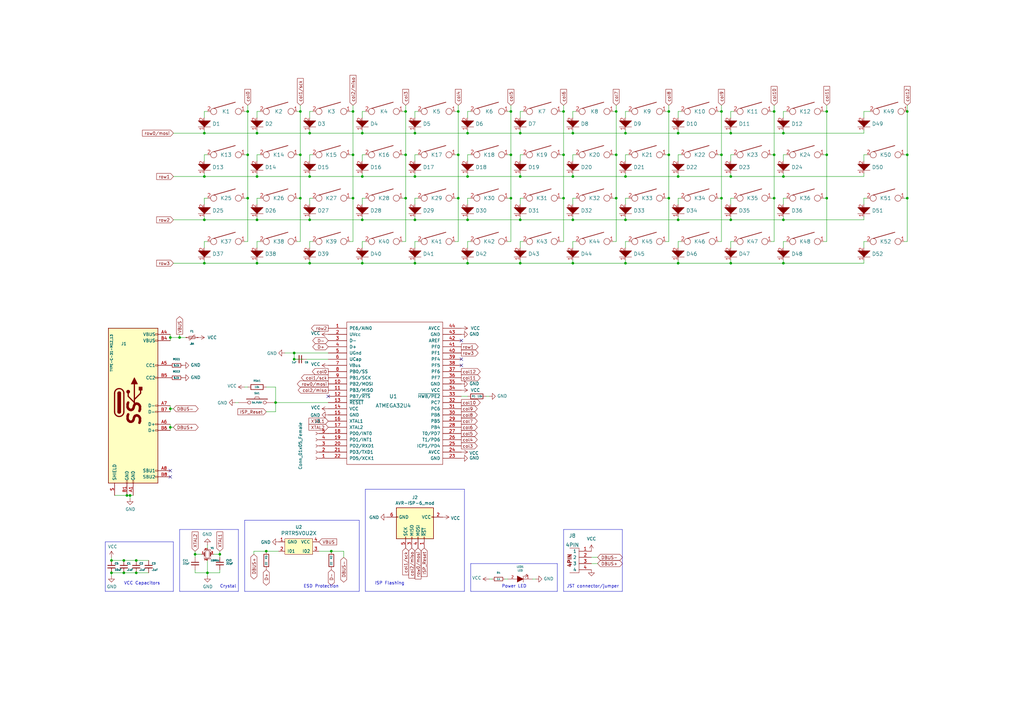
<source format=kicad_sch>
(kicad_sch (version 20230121) (generator eeschema)
  (paper "A3")
  (junction (at 187.96 81.28))
  (junction (at 170.18 90.17))
  (junction (at 191.77 107.95))
  (junction (at 101.6 45.72))
  (junction (at 73.66 138.43))
  (junction (at 231.14 81.28))
  (junction (at 299.72 90.17))
  (junction (at 123.19 45.72))
  (junction (at 209.55 81.28))
  (junction (at 105.41 54.61))
  (junction (at 213.36 107.95))
  (junction (at 101.6 81.28))
  (junction (at 123.19 63.5))
  (junction (at 278.13 72.39))
  (junction (at 274.32 45.72))
  (junction (at 127 54.61))
  (junction (at 148.59 107.95))
  (junction (at 317.5 81.28))
  (junction (at 339.09 63.5))
  (junction (at 166.37 63.5))
  (junction (at 53.34 203.2))
  (junction (at 83.82 72.39))
  (junction (at 256.54 90.17))
  (junction (at 252.73 63.5))
  (junction (at 50.8 229.87))
  (junction (at 372.11 63.5))
  (junction (at 105.41 107.95))
  (junction (at 166.37 45.72))
  (junction (at 321.31 72.39))
  (junction (at 213.36 90.17))
  (junction (at 105.41 72.39))
  (junction (at 101.6 63.5))
  (junction (at 135.89 226.06))
  (junction (at 339.09 45.72))
  (junction (at 321.31 54.61))
  (junction (at 113.03 165.1))
  (junction (at 278.13 90.17))
  (junction (at 252.73 81.28))
  (junction (at 295.91 63.5))
  (junction (at 83.82 90.17))
  (junction (at 170.18 54.61))
  (junction (at 55.88 234.95))
  (junction (at 80.01 227.33))
  (junction (at 144.78 81.28))
  (junction (at 120.65 144.78))
  (junction (at 231.14 45.72))
  (junction (at 234.95 90.17))
  (junction (at 295.91 45.72))
  (junction (at 83.82 54.61))
  (junction (at 52.07 203.2))
  (junction (at 123.19 81.28))
  (junction (at 372.11 81.28))
  (junction (at 321.31 107.95))
  (junction (at 339.09 81.28))
  (junction (at 127 72.39))
  (junction (at 274.32 81.28))
  (junction (at 252.73 45.72))
  (junction (at 317.5 45.72))
  (junction (at 256.54 54.61))
  (junction (at 274.32 63.5))
  (junction (at 170.18 72.39))
  (junction (at 191.77 90.17))
  (junction (at 144.78 63.5))
  (junction (at 234.95 107.95))
  (junction (at 69.85 167.64))
  (junction (at 278.13 54.61))
  (junction (at 148.59 72.39))
  (junction (at 109.22 226.06))
  (junction (at 55.88 229.87))
  (junction (at 90.17 227.33))
  (junction (at 278.13 107.95))
  (junction (at 45.72 229.87))
  (junction (at 85.09 234.95))
  (junction (at 50.8 234.95))
  (junction (at 105.41 90.17))
  (junction (at 317.5 63.5))
  (junction (at 299.72 72.39))
  (junction (at 295.91 81.28))
  (junction (at 231.14 63.5))
  (junction (at 83.82 107.95))
  (junction (at 170.18 107.95))
  (junction (at 299.72 54.61))
  (junction (at 209.55 63.5))
  (junction (at 127 90.17))
  (junction (at 144.78 45.72))
  (junction (at 299.72 107.95))
  (junction (at 166.37 81.28))
  (junction (at 187.96 63.5))
  (junction (at 256.54 107.95))
  (junction (at 45.72 234.95))
  (junction (at 187.96 45.72))
  (junction (at 69.85 138.43))
  (junction (at 120.65 147.32))
  (junction (at 209.55 45.72))
  (junction (at 191.77 54.61))
  (junction (at 191.77 72.39))
  (junction (at 127 107.95))
  (junction (at 213.36 72.39))
  (junction (at 69.85 175.26))
  (junction (at 321.31 90.17))
  (junction (at 234.95 54.61))
  (junction (at 234.95 72.39))
  (junction (at 213.36 54.61))
  (junction (at 256.54 72.39))
  (junction (at 148.59 90.17))
  (junction (at 148.59 54.61))
  (junction (at 372.11 45.72))
  (no_connect (at 189.23 139.7))
  (no_connect (at 69.85 193.04))
  (no_connect (at 134.62 162.56))
  (no_connect (at 69.85 195.58))
  (no_connect (at 189.23 147.32))
  (no_connect (at 189.23 149.86))
  (wire (pts (xy 209.55 63.5) (xy 209.55 81.28)))
  (polyline (pts (xy 100.33 242.57) (xy 100.33 213.36)))
  (wire (pts (xy 106.68 45.72) (xy 105.41 45.72)))
  (wire (pts (xy 97.79 165.1) (xy 96.52 165.1)))
  (wire (pts (xy 295.91 81.28) (xy 295.91 99.06)))
  (wire (pts (xy 69.85 138.43) (xy 69.85 139.7)))
  (wire (pts (xy 187.96 63.5) (xy 186.69 63.5)))
  (wire (pts (xy 128.27 45.72) (xy 127 45.72)))
  (wire (pts (xy 85.09 45.72) (xy 83.82 45.72)))
  (wire (pts (xy 234.95 88.9) (xy 234.95 90.17)))
  (wire (pts (xy 274.32 45.72) (xy 274.32 63.5)))
  (wire (pts (xy 113.03 168.91) (xy 109.22 168.91)))
  (wire (pts (xy 170.18 107.95) (xy 191.77 107.95)))
  (wire (pts (xy 127 90.17) (xy 148.59 90.17)))
  (wire (pts (xy 170.18 71.12) (xy 170.18 72.39)))
  (polyline (pts (xy 73.66 242.57) (xy 97.79 242.57)))
  (wire (pts (xy 231.14 63.5) (xy 231.14 81.28)))
  (wire (pts (xy 299.72 54.61) (xy 321.31 54.61)))
  (wire (pts (xy 140.97 226.06) (xy 140.97 228.6)))
  (wire (pts (xy 256.54 88.9) (xy 256.54 90.17)))
  (wire (pts (xy 105.41 106.68) (xy 105.41 107.95)))
  (wire (pts (xy 127 107.95) (xy 148.59 107.95)))
  (wire (pts (xy 278.13 99.06) (xy 278.13 101.6)))
  (wire (pts (xy 256.54 99.06) (xy 256.54 101.6)))
  (wire (pts (xy 300.99 45.72) (xy 299.72 45.72)))
  (wire (pts (xy 73.66 138.43) (xy 76.2 138.43)))
  (wire (pts (xy 127 99.06) (xy 127 101.6)))
  (wire (pts (xy 191.77 54.61) (xy 213.36 54.61)))
  (wire (pts (xy 71.12 54.61) (xy 83.82 54.61)))
  (wire (pts (xy 339.09 43.18) (xy 339.09 45.72)))
  (wire (pts (xy 83.82 99.06) (xy 83.82 101.6)))
  (wire (pts (xy 209.55 81.28) (xy 209.55 99.06)))
  (wire (pts (xy 127 81.28) (xy 127 83.82)))
  (wire (pts (xy 317.5 99.06) (xy 316.23 99.06)))
  (wire (pts (xy 53.34 203.2) (xy 53.34 204.47)))
  (wire (pts (xy 166.37 63.5) (xy 166.37 81.28)))
  (wire (pts (xy 149.86 63.5) (xy 148.59 63.5)))
  (wire (pts (xy 171.45 45.72) (xy 170.18 45.72)))
  (wire (pts (xy 45.72 234.95) (xy 45.72 236.22)))
  (wire (pts (xy 127 88.9) (xy 127 90.17)))
  (wire (pts (xy 252.73 63.5) (xy 252.73 81.28)))
  (wire (pts (xy 294.64 81.28) (xy 295.91 81.28)))
  (wire (pts (xy 109.22 226.06) (xy 104.14 226.06)))
  (wire (pts (xy 251.46 81.28) (xy 252.73 81.28)))
  (wire (pts (xy 218.44 237.49) (xy 219.71 237.49)))
  (polyline (pts (xy 231.14 217.17) (xy 255.27 217.17)))
  (polyline (pts (xy 43.18 242.57) (xy 71.12 242.57)))
  (wire (pts (xy 116.84 144.78) (xy 120.65 144.78)))
  (wire (pts (xy 299.72 106.68) (xy 299.72 107.95)))
  (wire (pts (xy 106.68 63.5) (xy 105.41 63.5)))
  (wire (pts (xy 274.32 63.5) (xy 274.32 81.28)))
  (wire (pts (xy 214.63 99.06) (xy 213.36 99.06)))
  (wire (pts (xy 209.55 99.06) (xy 208.28 99.06)))
  (wire (pts (xy 83.82 45.72) (xy 83.82 48.26)))
  (wire (pts (xy 257.81 63.5) (xy 256.54 63.5)))
  (wire (pts (xy 130.81 226.06) (xy 135.89 226.06)))
  (wire (pts (xy 295.91 43.18) (xy 295.91 45.72)))
  (wire (pts (xy 339.09 45.72) (xy 339.09 63.5)))
  (wire (pts (xy 214.63 63.5) (xy 213.36 63.5)))
  (wire (pts (xy 299.72 90.17) (xy 321.31 90.17)))
  (polyline (pts (xy 231.14 242.57) (xy 255.27 242.57)))
  (wire (pts (xy 144.78 63.5) (xy 143.51 63.5)))
  (wire (pts (xy 321.31 81.28) (xy 321.31 83.82)))
  (wire (pts (xy 121.92 45.72) (xy 123.19 45.72)))
  (wire (pts (xy 242.57 228.6) (xy 245.11 228.6)))
  (wire (pts (xy 193.04 99.06) (xy 191.77 99.06)))
  (wire (pts (xy 104.14 226.06) (xy 104.14 227.33)))
  (wire (pts (xy 234.95 72.39) (xy 256.54 72.39)))
  (wire (pts (xy 144.78 45.72) (xy 144.78 63.5)))
  (wire (pts (xy 355.6 63.5) (xy 354.33 63.5)))
  (wire (pts (xy 354.33 45.72) (xy 354.33 48.26)))
  (wire (pts (xy 354.33 45.72) (xy 356.87 45.72)))
  (wire (pts (xy 85.09 234.95) (xy 90.17 234.95)))
  (wire (pts (xy 105.41 72.39) (xy 127 72.39)))
  (polyline (pts (xy 228.6 242.57) (xy 193.04 242.57)))
  (wire (pts (xy 85.09 99.06) (xy 83.82 99.06)))
  (wire (pts (xy 300.99 81.28) (xy 299.72 81.28)))
  (wire (pts (xy 234.95 45.72) (xy 234.95 48.26)))
  (wire (pts (xy 120.65 147.32) (xy 124.46 147.32)))
  (wire (pts (xy 170.18 90.17) (xy 191.77 90.17)))
  (polyline (pts (xy 73.66 217.17) (xy 73.66 242.57)))
  (wire (pts (xy 354.33 90.17) (xy 354.33 88.9)))
  (wire (pts (xy 295.91 45.72) (xy 295.91 63.5)))
  (wire (pts (xy 85.09 229.87) (xy 85.09 234.95)))
  (wire (pts (xy 372.11 43.18) (xy 372.11 45.72)))
  (wire (pts (xy 69.85 167.64) (xy 69.85 168.91)))
  (polyline (pts (xy 190.5 242.57) (xy 149.86 242.57)))
  (wire (pts (xy 106.68 99.06) (xy 105.41 99.06)))
  (wire (pts (xy 299.72 99.06) (xy 299.72 101.6)))
  (wire (pts (xy 354.33 63.5) (xy 354.33 66.04)))
  (wire (pts (xy 231.14 43.18) (xy 231.14 45.72)))
  (wire (pts (xy 354.33 107.95) (xy 354.33 106.68)))
  (wire (pts (xy 123.19 81.28) (xy 123.19 99.06)))
  (wire (pts (xy 106.68 81.28) (xy 105.41 81.28)))
  (wire (pts (xy 85.09 234.95) (xy 85.09 236.22)))
  (wire (pts (xy 120.65 147.32) (xy 120.65 144.78)))
  (wire (pts (xy 213.36 71.12) (xy 213.36 72.39)))
  (wire (pts (xy 236.22 99.06) (xy 234.95 99.06)))
  (wire (pts (xy 256.54 54.61) (xy 278.13 54.61)))
  (wire (pts (xy 322.58 63.5) (xy 321.31 63.5)))
  (wire (pts (xy 170.18 72.39) (xy 191.77 72.39)))
  (wire (pts (xy 148.59 90.17) (xy 170.18 90.17)))
  (wire (pts (xy 71.12 175.26) (xy 69.85 175.26)))
  (wire (pts (xy 321.31 63.5) (xy 321.31 66.04)))
  (wire (pts (xy 256.54 63.5) (xy 256.54 66.04)))
  (wire (pts (xy 127 54.61) (xy 148.59 54.61)))
  (wire (pts (xy 339.09 99.06) (xy 337.82 99.06)))
  (wire (pts (xy 321.31 90.17) (xy 321.31 88.9)))
  (wire (pts (xy 83.82 54.61) (xy 105.41 54.61)))
  (wire (pts (xy 299.72 53.34) (xy 299.72 54.61)))
  (wire (pts (xy 372.11 63.5) (xy 372.11 81.28)))
  (wire (pts (xy 50.8 234.95) (xy 45.72 234.95)))
  (wire (pts (xy 187.96 63.5) (xy 187.96 81.28)))
  (wire (pts (xy 105.41 63.5) (xy 105.41 66.04)))
  (wire (pts (xy 149.86 99.06) (xy 148.59 99.06)))
  (wire (pts (xy 321.31 72.39) (xy 321.31 71.12)))
  (wire (pts (xy 144.78 63.5) (xy 144.78 81.28)))
  (wire (pts (xy 83.82 53.34) (xy 83.82 54.61)))
  (wire (pts (xy 354.33 99.06) (xy 354.33 101.6)))
  (wire (pts (xy 191.77 53.34) (xy 191.77 54.61)))
  (wire (pts (xy 101.6 43.18) (xy 101.6 45.72)))
  (wire (pts (xy 100.33 45.72) (xy 101.6 45.72)))
  (polyline (pts (xy 149.86 242.57) (xy 149.86 200.66)))
  (wire (pts (xy 339.09 81.28) (xy 339.09 99.06)))
  (wire (pts (xy 170.18 63.5) (xy 170.18 66.04)))
  (wire (pts (xy 165.1 81.28) (xy 166.37 81.28)))
  (wire (pts (xy 193.04 63.5) (xy 191.77 63.5)))
  (wire (pts (xy 123.19 63.5) (xy 123.19 81.28)))
  (wire (pts (xy 209.55 45.72) (xy 209.55 63.5)))
  (wire (pts (xy 370.84 81.28) (xy 372.11 81.28)))
  (wire (pts (xy 52.07 203.2) (xy 53.34 203.2)))
  (wire (pts (xy 300.99 63.5) (xy 299.72 63.5)))
  (wire (pts (xy 166.37 45.72) (xy 166.37 63.5)))
  (wire (pts (xy 114.3 226.06) (xy 109.22 226.06)))
  (wire (pts (xy 278.13 71.12) (xy 278.13 72.39)))
  (wire (pts (xy 45.72 228.6) (xy 45.72 229.87)))
  (wire (pts (xy 274.32 63.5) (xy 273.05 63.5)))
  (wire (pts (xy 166.37 43.18) (xy 166.37 45.72)))
  (wire (pts (xy 50.8 229.87) (xy 45.72 229.87)))
  (wire (pts (xy 355.6 81.28) (xy 354.33 81.28)))
  (wire (pts (xy 127 106.68) (xy 127 107.95)))
  (wire (pts (xy 214.63 81.28) (xy 213.36 81.28)))
  (wire (pts (xy 294.64 45.72) (xy 295.91 45.72)))
  (wire (pts (xy 100.33 81.28) (xy 101.6 81.28)))
  (wire (pts (xy 60.96 229.87) (xy 55.88 229.87)))
  (wire (pts (xy 120.65 144.78) (xy 134.62 144.78)))
  (wire (pts (xy 113.03 158.75) (xy 113.03 165.1)))
  (wire (pts (xy 234.95 99.06) (xy 234.95 101.6)))
  (wire (pts (xy 295.91 63.5) (xy 294.64 63.5)))
  (wire (pts (xy 69.85 137.16) (xy 69.85 138.43)))
  (wire (pts (xy 71.12 167.64) (xy 69.85 167.64)))
  (polyline (pts (xy 190.5 200.66) (xy 190.5 242.57)))
  (wire (pts (xy 191.77 106.68) (xy 191.77 107.95)))
  (wire (pts (xy 189.23 162.56) (xy 191.77 162.56)))
  (wire (pts (xy 257.81 45.72) (xy 256.54 45.72)))
  (wire (pts (xy 256.54 45.72) (xy 256.54 48.26)))
  (wire (pts (xy 83.82 107.95) (xy 71.12 107.95)))
  (wire (pts (xy 299.72 71.12) (xy 299.72 72.39)))
  (wire (pts (xy 170.18 45.72) (xy 170.18 48.26)))
  (wire (pts (xy 128.27 63.5) (xy 127 63.5)))
  (wire (pts (xy 113.03 165.1) (xy 113.03 168.91)))
  (wire (pts (xy 83.82 106.68) (xy 83.82 107.95)))
  (wire (pts (xy 148.59 72.39) (xy 170.18 72.39)))
  (wire (pts (xy 256.54 90.17) (xy 278.13 90.17)))
  (wire (pts (xy 295.91 63.5) (xy 295.91 81.28)))
  (wire (pts (xy 90.17 227.33) (xy 90.17 226.06)))
  (wire (pts (xy 83.82 72.39) (xy 105.41 72.39)))
  (wire (pts (xy 200.66 237.49) (xy 201.93 237.49)))
  (wire (pts (xy 234.95 81.28) (xy 234.95 83.82)))
  (wire (pts (xy 85.09 223.52) (xy 85.09 224.79)))
  (wire (pts (xy 354.33 54.61) (xy 354.33 53.34)))
  (wire (pts (xy 213.36 88.9) (xy 213.36 90.17)))
  (wire (pts (xy 299.72 45.72) (xy 299.72 48.26)))
  (wire (pts (xy 83.82 107.95) (xy 105.41 107.95)))
  (wire (pts (xy 83.82 88.9) (xy 83.82 90.17)))
  (wire (pts (xy 148.59 45.72) (xy 148.59 48.26)))
  (polyline (pts (xy 255.27 217.17) (xy 255.27 242.57)))
  (wire (pts (xy 257.81 81.28) (xy 256.54 81.28)))
  (wire (pts (xy 171.45 81.28) (xy 170.18 81.28)))
  (wire (pts (xy 191.77 45.72) (xy 191.77 48.26)))
  (wire (pts (xy 80.01 233.68) (xy 80.01 234.95)))
  (polyline (pts (xy 147.32 213.36) (xy 147.32 242.57)))
  (wire (pts (xy 148.59 106.68) (xy 148.59 107.95)))
  (wire (pts (xy 105.41 71.12) (xy 105.41 72.39)))
  (wire (pts (xy 322.58 81.28) (xy 321.31 81.28)))
  (wire (pts (xy 209.55 63.5) (xy 208.28 63.5)))
  (wire (pts (xy 317.5 81.28) (xy 317.5 99.06)))
  (wire (pts (xy 274.32 43.18) (xy 274.32 45.72)))
  (wire (pts (xy 213.36 90.17) (xy 234.95 90.17)))
  (wire (pts (xy 256.54 71.12) (xy 256.54 72.39)))
  (wire (pts (xy 144.78 99.06) (xy 143.51 99.06)))
  (wire (pts (xy 213.36 45.72) (xy 213.36 48.26)))
  (wire (pts (xy 191.77 81.28) (xy 191.77 83.82)))
  (wire (pts (xy 187.96 99.06) (xy 186.69 99.06)))
  (wire (pts (xy 256.54 81.28) (xy 256.54 83.82)))
  (wire (pts (xy 322.58 99.06) (xy 321.31 99.06)))
  (wire (pts (xy 208.28 81.28) (xy 209.55 81.28)))
  (wire (pts (xy 80.01 227.33) (xy 80.01 228.6)))
  (wire (pts (xy 252.73 81.28) (xy 252.73 99.06)))
  (wire (pts (xy 229.87 81.28) (xy 231.14 81.28)))
  (wire (pts (xy 125.73 147.32) (xy 134.62 147.32)))
  (wire (pts (xy 191.77 63.5) (xy 191.77 66.04)))
  (wire (pts (xy 69.85 138.43) (xy 73.66 138.43)))
  (wire (pts (xy 127 72.39) (xy 148.59 72.39)))
  (wire (pts (xy 234.95 90.17) (xy 256.54 90.17)))
  (wire (pts (xy 149.86 81.28) (xy 148.59 81.28)))
  (wire (pts (xy 316.23 45.72) (xy 317.5 45.72)))
  (wire (pts (xy 213.36 53.34) (xy 213.36 54.61)))
  (wire (pts (xy 355.6 99.06) (xy 354.33 99.06)))
  (wire (pts (xy 234.95 53.34) (xy 234.95 54.61)))
  (wire (pts (xy 337.82 45.72) (xy 339.09 45.72)))
  (wire (pts (xy 46.99 203.2) (xy 52.07 203.2)))
  (wire (pts (xy 213.36 99.06) (xy 213.36 101.6)))
  (wire (pts (xy 123.19 43.18) (xy 123.19 45.72)))
  (wire (pts (xy 166.37 81.28) (xy 166.37 99.06)))
  (wire (pts (xy 354.33 72.39) (xy 354.33 71.12)))
  (wire (pts (xy 279.4 63.5) (xy 278.13 63.5)))
  (wire (pts (xy 321.31 90.17) (xy 354.33 90.17)))
  (polyline (pts (xy 193.04 242.57) (xy 193.04 231.14)))
  (wire (pts (xy 128.27 99.06) (xy 127 99.06)))
  (wire (pts (xy 101.6 63.5) (xy 101.6 81.28)))
  (wire (pts (xy 143.51 45.72) (xy 144.78 45.72)))
  (wire (pts (xy 170.18 88.9) (xy 170.18 90.17)))
  (wire (pts (xy 273.05 81.28) (xy 274.32 81.28)))
  (wire (pts (xy 170.18 54.61) (xy 191.77 54.61)))
  (wire (pts (xy 372.11 45.72) (xy 372.11 63.5)))
  (wire (pts (xy 252.73 43.18) (xy 252.73 45.72)))
  (wire (pts (xy 256.54 53.34) (xy 256.54 54.61)))
  (wire (pts (xy 85.09 81.28) (xy 83.82 81.28)))
  (wire (pts (xy 278.13 88.9) (xy 278.13 90.17)))
  (wire (pts (xy 231.14 81.28) (xy 231.14 99.06)))
  (wire (pts (xy 278.13 53.34) (xy 278.13 54.61)))
  (wire (pts (xy 299.72 107.95) (xy 321.31 107.95)))
  (wire (pts (xy 299.72 72.39) (xy 321.31 72.39)))
  (wire (pts (xy 85.09 63.5) (xy 83.82 63.5)))
  (wire (pts (xy 213.36 54.61) (xy 234.95 54.61)))
  (wire (pts (xy 55.88 229.87) (xy 50.8 229.87)))
  (wire (pts (xy 191.77 99.06) (xy 191.77 101.6)))
  (wire (pts (xy 213.36 106.68) (xy 213.36 107.95)))
  (wire (pts (xy 209.55 43.18) (xy 209.55 45.72)))
  (wire (pts (xy 105.41 99.06) (xy 105.41 101.6)))
  (wire (pts (xy 213.36 81.28) (xy 213.36 83.82)))
  (wire (pts (xy 317.5 63.5) (xy 316.23 63.5)))
  (wire (pts (xy 127 63.5) (xy 127 66.04)))
  (wire (pts (xy 295.91 99.06) (xy 294.64 99.06)))
  (wire (pts (xy 191.77 88.9) (xy 191.77 90.17)))
  (wire (pts (xy 256.54 107.95) (xy 278.13 107.95)))
  (wire (pts (xy 321.31 45.72) (xy 321.31 48.26)))
  (wire (pts (xy 83.82 72.39) (xy 71.12 72.39)))
  (polyline (pts (xy 43.18 222.25) (xy 43.18 242.57)))
  (wire (pts (xy 278.13 63.5) (xy 278.13 66.04)))
  (wire (pts (xy 127 53.34) (xy 127 54.61)))
  (wire (pts (xy 90.17 234.95) (xy 90.17 233.68)))
  (wire (pts (xy 337.82 81.28) (xy 339.09 81.28)))
  (wire (pts (xy 105.41 54.61) (xy 127 54.61)))
  (wire (pts (xy 321.31 54.61) (xy 321.31 53.34)))
  (wire (pts (xy 278.13 107.95) (xy 299.72 107.95)))
  (wire (pts (xy 105.41 88.9) (xy 105.41 90.17)))
  (wire (pts (xy 171.45 99.06) (xy 170.18 99.06)))
  (wire (pts (xy 317.5 63.5) (xy 317.5 81.28)))
  (wire (pts (xy 186.69 45.72) (xy 187.96 45.72)))
  (wire (pts (xy 69.85 175.26) (xy 69.85 176.53)))
  (wire (pts (xy 231.14 63.5) (xy 229.87 63.5)))
  (wire (pts (xy 234.95 107.95) (xy 256.54 107.95)))
  (wire (pts (xy 113.03 165.1) (xy 134.62 165.1)))
  (polyline (pts (xy 100.33 213.36) (xy 147.32 213.36)))
  (wire (pts (xy 252.73 63.5) (xy 251.46 63.5)))
  (wire (pts (xy 90.17 227.33) (xy 90.17 228.6)))
  (wire (pts (xy 236.22 81.28) (xy 234.95 81.28)))
  (wire (pts (xy 105.41 81.28) (xy 105.41 83.82)))
  (wire (pts (xy 321.31 99.06) (xy 321.31 101.6)))
  (wire (pts (xy 101.6 158.75) (xy 100.33 158.75)))
  (wire (pts (xy 231.14 45.72) (xy 231.14 63.5)))
  (wire (pts (xy 278.13 81.28) (xy 278.13 83.82)))
  (wire (pts (xy 123.19 63.5) (xy 121.92 63.5)))
  (wire (pts (xy 300.99 99.06) (xy 299.72 99.06)))
  (wire (pts (xy 213.36 107.95) (xy 234.95 107.95)))
  (wire (pts (xy 82.55 227.33) (xy 80.01 227.33)))
  (wire (pts (xy 144.78 81.28) (xy 144.78 99.06)))
  (wire (pts (xy 191.77 72.39) (xy 213.36 72.39)))
  (wire (pts (xy 279.4 45.72) (xy 278.13 45.72)))
  (wire (pts (xy 199.39 162.56) (xy 200.66 162.56)))
  (wire (pts (xy 55.88 234.95) (xy 50.8 234.95)))
  (wire (pts (xy 170.18 99.06) (xy 170.18 101.6)))
  (wire (pts (xy 252.73 99.06) (xy 251.46 99.06)))
  (wire (pts (xy 123.19 45.72) (xy 123.19 63.5)))
  (wire (pts (xy 148.59 54.61) (xy 170.18 54.61)))
  (wire (pts (xy 171.45 63.5) (xy 170.18 63.5)))
  (wire (pts (xy 251.46 45.72) (xy 252.73 45.72)))
  (wire (pts (xy 105.41 53.34) (xy 105.41 54.61)))
  (wire (pts (xy 135.89 226.06) (xy 140.97 226.06)))
  (wire (pts (xy 60.96 234.95) (xy 55.88 234.95)))
  (polyline (pts (xy 100.33 242.57) (xy 147.32 242.57)))
  (wire (pts (xy 128.27 81.28) (xy 127 81.28)))
  (wire (pts (xy 213.36 63.5) (xy 213.36 66.04)))
  (wire (pts (xy 144.78 43.18) (xy 144.78 45.72)))
  (wire (pts (xy 278.13 54.61) (xy 299.72 54.61)))
  (wire (pts (xy 252.73 45.72) (xy 252.73 63.5)))
  (wire (pts (xy 166.37 99.06) (xy 165.1 99.06)))
  (wire (pts (xy 317.5 45.72) (xy 317.5 63.5)))
  (wire (pts (xy 53.34 203.2) (xy 54.61 203.2)))
  (wire (pts (xy 234.95 71.12) (xy 234.95 72.39)))
  (wire (pts (xy 316.23 81.28) (xy 317.5 81.28)))
  (wire (pts (xy 148.59 71.12) (xy 148.59 72.39)))
  (wire (pts (xy 231.14 99.06) (xy 229.87 99.06)))
  (wire (pts (xy 148.59 53.34) (xy 148.59 54.61)))
  (wire (pts (xy 105.41 45.72) (xy 105.41 48.26)))
  (wire (pts (xy 236.22 63.5) (xy 234.95 63.5)))
  (wire (pts (xy 207.01 237.49) (xy 208.28 237.49)))
  (wire (pts (xy 372.11 63.5) (xy 370.84 63.5)))
  (polyline (pts (xy 149.86 200.66) (xy 190.5 200.66)))
  (wire (pts (xy 170.18 53.34) (xy 170.18 54.61)))
  (wire (pts (xy 166.37 63.5) (xy 165.1 63.5)))
  (wire (pts (xy 214.63 45.72) (xy 213.36 45.72)))
  (wire (pts (xy 213.36 72.39) (xy 234.95 72.39)))
  (wire (pts (xy 83.82 63.5) (xy 83.82 66.04)))
  (wire (pts (xy 256.54 72.39) (xy 278.13 72.39)))
  (wire (pts (xy 148.59 63.5) (xy 148.59 66.04)))
  (wire (pts (xy 273.05 45.72) (xy 274.32 45.72)))
  (wire (pts (xy 321.31 107.95) (xy 354.33 107.95)))
  (wire (pts (xy 148.59 107.95) (xy 170.18 107.95)))
  (wire (pts (xy 236.22 45.72) (xy 234.95 45.72)))
  (wire (pts (xy 87.63 227.33) (xy 90.17 227.33)))
  (polyline (pts (xy 73.66 217.17) (xy 97.79 217.17)))
  (wire (pts (xy 187.96 43.18) (xy 187.96 45.72)))
  (wire (pts (xy 187.96 81.28) (xy 187.96 99.06)))
  (wire (pts (xy 105.41 107.95) (xy 127 107.95)))
  (wire (pts (xy 143.51 81.28) (xy 144.78 81.28)))
  (wire (pts (xy 279.4 81.28) (xy 278.13 81.28)))
  (wire (pts (xy 127 45.72) (xy 127 48.26)))
  (wire (pts (xy 234.95 63.5) (xy 234.95 66.04)))
  (wire (pts (xy 278.13 106.68) (xy 278.13 107.95)))
  (wire (pts (xy 80.01 227.33) (xy 80.01 226.06)))
  (wire (pts (xy 80.01 234.95) (xy 85.09 234.95)))
  (wire (pts (xy 83.82 90.17) (xy 105.41 90.17)))
  (wire (pts (xy 83.82 90.17) (xy 71.12 90.17)))
  (wire (pts (xy 69.85 166.37) (xy 69.85 167.64)))
  (wire (pts (xy 127 71.12) (xy 127 72.39)))
  (polyline (pts (xy 71.12 222.25) (xy 43.18 222.25)))
  (wire (pts (xy 193.04 45.72) (xy 191.77 45.72)))
  (wire (pts (xy 229.87 45.72) (xy 231.14 45.72)))
  (wire (pts (xy 148.59 88.9) (xy 148.59 90.17)))
  (wire (pts (xy 148.59 81.28) (xy 148.59 83.82)))
  (wire (pts (xy 101.6 99.06) (xy 100.33 99.06)))
  (wire (pts (xy 149.86 45.72) (xy 148.59 45.72)))
  (wire (pts (xy 187.96 45.72) (xy 187.96 63.5)))
  (wire (pts (xy 109.22 158.75) (xy 113.03 158.75)))
  (wire (pts (xy 278.13 72.39) (xy 299.72 72.39)))
  (wire (pts (xy 101.6 81.28) (xy 101.6 99.06)))
  (wire (pts (xy 165.1 45.72) (xy 166.37 45.72)))
  (wire (pts (xy 321.31 107.95) (xy 321.31 106.68)))
  (wire (pts (xy 274.32 81.28) (xy 274.32 99.06)))
  (wire (pts (xy 322.58 45.72) (xy 321.31 45.72)))
  (wire (pts (xy 234.95 106.68) (xy 234.95 107.95)))
  (wire (pts (xy 208.28 45.72) (xy 209.55 45.72)))
  (wire (pts (xy 256.54 106.68) (xy 256.54 107.95)))
  (wire (pts (xy 170.18 106.68) (xy 170.18 107.95)))
  (wire (pts (xy 321.31 72.39) (xy 354.33 72.39)))
  (wire (pts (xy 186.69 81.28) (xy 187.96 81.28)))
  (wire (pts (xy 83.82 71.12) (xy 83.82 72.39)))
  (wire (pts (xy 372.11 99.06) (xy 370.84 99.06)))
  (wire (pts (xy 299.72 63.5) (xy 299.72 66.04)))
  (wire (pts (xy 278.13 90.17) (xy 299.72 90.17)))
  (wire (pts (xy 339.09 63.5) (xy 337.82 63.5)))
  (wire (pts (xy 257.81 99.06) (xy 256.54 99.06)))
  (polyline (pts (xy 231.14 242.57) (xy 231.14 217.17)))
  (polyline (pts (xy 193.04 231.14) (xy 228.6 231.14)))
  (wire (pts (xy 148.59 99.06) (xy 148.59 101.6)))
  (wire (pts (xy 170.18 81.28) (xy 170.18 83.82)))
  (wire (pts (xy 191.77 90.17) (xy 213.36 90.17)))
  (wire (pts (xy 274.32 99.06) (xy 273.05 99.06)))
  (wire (pts (xy 73.66 137.16) (xy 73.66 138.43)))
  (wire (pts (xy 279.4 99.06) (xy 278.13 99.06)))
  (wire (pts (xy 299.72 81.28) (xy 299.72 83.82)))
  (wire (pts (xy 105.41 90.17) (xy 127 90.17)))
  (wire (pts (xy 193.04 81.28) (xy 191.77 81.28)))
  (wire (pts (xy 101.6 45.72) (xy 101.6 63.5)))
  (wire (pts (xy 121.92 81.28) (xy 123.19 81.28)))
  (wire (pts (xy 191.77 107.95) (xy 213.36 107.95)))
  (wire (pts (xy 339.09 63.5) (xy 339.09 81.28)))
  (wire (pts (xy 69.85 173.99) (xy 69.85 175.26)))
  (wire (pts (xy 191.77 71.12) (xy 191.77 72.39)))
  (wire (pts (xy 123.19 99.06) (xy 121.92 99.06)))
  (wire (pts (xy 317.5 43.18) (xy 317.5 45.72)))
  (polyline (pts (xy 97.79 242.57) (xy 97.79 217.17)))
  (wire (pts (xy 278.13 45.72) (xy 278.13 48.26)))
  (wire (pts (xy 242.57 231.14) (xy 245.11 231.14)))
  (wire (pts (xy 372.11 81.28) (xy 372.11 99.06)))
  (wire (pts (xy 83.82 81.28) (xy 83.82 83.82)))
  (wire (pts (xy 354.33 81.28) (xy 354.33 83.82)))
  (wire (pts (xy 299.72 88.9) (xy 299.72 90.17)))
  (polyline (pts (xy 71.12 242.57) (xy 71.12 222.25)))
  (polyline (pts (xy 228.6 231.14) (xy 228.6 242.57)))
  (wire (pts (xy 101.6 63.5) (xy 100.33 63.5)))
  (wire (pts (xy 234.95 54.61) (xy 256.54 54.61)))
  (wire (pts (xy 321.31 54.61) (xy 354.33 54.61)))
  (text "ESD Protection" (at 124.46 241.3 0) (effects (font (size 1.27 1.27)) (justify left bottom)))
  (text "JST connector/jumper" (at 232.41 241.3 0) (effects (font (size 1.27 1.27)) (justify left bottom)))
  (text "Crystal" (at 90.17 241.3 0) (effects (font (size 1.27 1.27)) (justify left bottom)))
  (text "Power LED" (at 205.74 241.3 0) (effects (font (size 1.27 1.27)) (justify left bottom)))
  (text "VCC Capacitors" (at 50.8 240.03 0) (effects (font (size 1.27 1.27)) (justify left bottom)))
  (text "ISP Flashing" (at 153.67 240.03 0) (effects (font (size 1.27 1.27)) (justify left bottom)))
  (global_label "VBUS" (shape input) (at 130.81 222.25 0) (property "Intersheetrefs" "${INTERSHEET_REFS}" (effects hide)))
  (global_label "col8" (shape input) (at 274.32 43.18 90) (property "Intersheetrefs" "${INTERSHEET_REFS}" (effects hide)))
  (global_label "col2{slash}miso" (shape input) (at 168.91 224.79 270) (property "Intersheetrefs" "${INTERSHEET_REFS}" (effects hide)))
  (global_label "col4" (shape input) (at 187.96 43.18 90) (property "Intersheetrefs" "${INTERSHEET_REFS}" (effects hide)))
  (global_label "col7" (shape output) (at 189.23 172.72 0) (property "Intersheetrefs" "${INTERSHEET_REFS}" (effects hide)))
  (global_label "row2" (shape input) (at 71.12 90.17 180) (property "Intersheetrefs" "${INTERSHEET_REFS}" (effects hide)))
  (global_label "col0" (shape output) (at 134.62 152.4 180) (property "Intersheetrefs" "${INTERSHEET_REFS}" (effects hide)))
  (global_label "col2{slash}miso" (shape input) (at 144.78 43.18 90) (property "Intersheetrefs" "${INTERSHEET_REFS}" (effects hide)))
  (global_label "XTAL1" (shape input) (at 90.17 226.06 90) (property "Intersheetrefs" "${INTERSHEET_REFS}" (effects hide)))
  (global_label "D+" (shape bidirectional) (at 134.62 142.24 180) (property "Intersheetrefs" "${INTERSHEET_REFS}" (effects hide)))
  (global_label "row0{slash}mosi" (shape output) (at 134.62 157.48 180) (property "Intersheetrefs" "${INTERSHEET_REFS}" (effects hide)))
  (global_label "VBUS" (shape output) (at 73.66 137.16 90) (property "Intersheetrefs" "${INTERSHEET_REFS}" (effects hide)))
  (global_label "col4" (shape output) (at 189.23 180.34 0) (property "Intersheetrefs" "${INTERSHEET_REFS}" (effects hide)))
  (global_label "row3" (shape input) (at 71.12 107.95 180) (property "Intersheetrefs" "${INTERSHEET_REFS}" (effects hide)))
  (global_label "col3" (shape input) (at 166.37 43.18 90) (property "Intersheetrefs" "${INTERSHEET_REFS}" (effects hide)))
  (global_label "D+" (shape bidirectional) (at 109.22 233.68 270) (property "Intersheetrefs" "${INTERSHEET_REFS}" (effects hide)))
  (global_label "D-" (shape bidirectional) (at 134.62 139.7 180) (property "Intersheetrefs" "${INTERSHEET_REFS}" (effects hide)))
  (global_label "col12" (shape output) (at 189.23 152.4 0) (property "Intersheetrefs" "${INTERSHEET_REFS}" (effects hide)))
  (global_label "col7" (shape input) (at 252.73 43.18 90) (property "Intersheetrefs" "${INTERSHEET_REFS}" (effects hide)))
  (global_label "col5" (shape input) (at 209.55 43.18 90) (property "Intersheetrefs" "${INTERSHEET_REFS}" (effects hide)))
  (global_label "col9" (shape input) (at 295.91 43.18 90) (property "Intersheetrefs" "${INTERSHEET_REFS}" (effects hide)))
  (global_label "DBUS-" (shape bidirectional) (at 140.97 228.6 270) (property "Intersheetrefs" "${INTERSHEET_REFS}" (effects hide)))
  (global_label "col2{slash}miso" (shape output) (at 134.62 160.02 180) (property "Intersheetrefs" "${INTERSHEET_REFS}" (effects hide)))
  (global_label "col6" (shape input) (at 231.14 43.18 90) (property "Intersheetrefs" "${INTERSHEET_REFS}" (effects hide)))
  (global_label "row1" (shape output) (at 189.23 142.24 0) (property "Intersheetrefs" "${INTERSHEET_REFS}" (effects hide)))
  (global_label "col9" (shape output) (at 189.23 167.64 0) (property "Intersheetrefs" "${INTERSHEET_REFS}" (effects hide)))
  (global_label "D-" (shape bidirectional) (at 135.89 233.68 270) (property "Intersheetrefs" "${INTERSHEET_REFS}" (effects hide)))
  (global_label "row0{slash}mosi" (shape input) (at 171.45 224.79 270) (property "Intersheetrefs" "${INTERSHEET_REFS}" (effects hide)))
  (global_label "col10" (shape output) (at 189.23 165.1 0) (property "Intersheetrefs" "${INTERSHEET_REFS}" (effects hide)))
  (global_label "row2" (shape output) (at 134.62 134.62 180) (property "Intersheetrefs" "${INTERSHEET_REFS}" (effects hide)))
  (global_label "col8" (shape output) (at 189.23 170.18 0) (property "Intersheetrefs" "${INTERSHEET_REFS}" (effects hide)))
  (global_label "DBUS+" (shape bidirectional) (at 71.12 175.26 0) (property "Intersheetrefs" "${INTERSHEET_REFS}" (effects hide)))
  (global_label "ISP_Reset" (shape input) (at 173.99 224.79 270) (property "Intersheetrefs" "${INTERSHEET_REFS}" (effects hide)))
  (global_label "XTAL2" (shape input) (at 80.01 226.06 90) (property "Intersheetrefs" "${INTERSHEET_REFS}" (effects hide)))
  (global_label "XTAL1" (shape input) (at 134.62 172.72 180) (property "Intersheetrefs" "${INTERSHEET_REFS}" (effects hide)))
  (global_label "col1{slash}sck" (shape input) (at 166.37 224.79 270) (property "Intersheetrefs" "${INTERSHEET_REFS}" (effects hide)))
  (global_label "row0{slash}mosi" (shape input) (at 71.12 54.61 180) (property "Intersheetrefs" "${INTERSHEET_REFS}" (effects hide)))
  (global_label "col11" (shape output) (at 189.23 154.94 0) (property "Intersheetrefs" "${INTERSHEET_REFS}" (effects hide)))
  (global_label "ISP_Reset" (shape input) (at 109.22 168.91 180) (property "Intersheetrefs" "${INTERSHEET_REFS}" (effects hide)))
  (global_label "col10" (shape input) (at 317.5 43.18 90) (property "Intersheetrefs" "${INTERSHEET_REFS}" (effects hide)))
  (global_label "col5" (shape output) (at 189.23 177.8 0) (property "Intersheetrefs" "${INTERSHEET_REFS}" (effects hide)))
  (global_label "col12" (shape input) (at 372.11 43.18 90) (property "Intersheetrefs" "${INTERSHEET_REFS}" (effects hide)))
  (global_label "col3" (shape output) (at 189.23 182.88 0) (property "Intersheetrefs" "${INTERSHEET_REFS}" (effects hide)))
  (global_label "col0" (shape input) (at 101.6 43.18 90) (property "Intersheetrefs" "${INTERSHEET_REFS}" (effects hide)))
  (global_label "XTAL2" (shape input) (at 134.62 175.26 180) (property "Intersheetrefs" "${INTERSHEET_REFS}" (effects hide)))
  (global_label "row1" (shape input) (at 71.12 72.39 180) (property "Intersheetrefs" "${INTERSHEET_REFS}" (effects hide)))
  (global_label "col11" (shape input) (at 339.09 43.18 90) (property "Intersheetrefs" "${INTERSHEET_REFS}" (effects hide)))
  (global_label "DBUS+" (shape bidirectional) (at 245.11 231.14 0) (property "Intersheetrefs" "${INTERSHEET_REFS}" (effects hide)))
  (global_label "col6" (shape output) (at 189.23 175.26 0) (property "Intersheetrefs" "${INTERSHEET_REFS}" (effects hide)))
  (global_label "row3" (shape output) (at 189.23 144.78 0) (property "Intersheetrefs" "${INTERSHEET_REFS}" (effects hide)))
  (global_label "DBUS-" (shape bidirectional) (at 245.11 228.6 0) (property "Intersheetrefs" "${INTERSHEET_REFS}" (effects hide)))
  (global_label "col1{slash}sck" (shape output) (at 134.62 154.94 180) (property "Intersheetrefs" "${INTERSHEET_REFS}" (effects hide)))
  (global_label "DBUS+" (shape bidirectional) (at 104.14 227.33 270) (property "Intersheetrefs" "${INTERSHEET_REFS}" (effects hide)))
  (global_label "DBUS-" (shape bidirectional) (at 71.12 167.64 0) (property "Intersheetrefs" "${INTERSHEET_REFS}" (effects hide)))
  (global_label "col1{slash}sck" (shape input) (at 123.19 43.18 90) (property "Intersheetrefs" "${INTERSHEET_REFS}" (effects hide)))
  (symbol (lib_id "pcb-rescue:KEYSW-keyboard_parts-Ori-rescue-lucy-rescue") (at 92.71 45.72 0) (unit 1)
    (property "Reference" "K1" (at 92.71 45.72 0) (effects (font (size 1.524 1.524))))
    (property "Value" "KEYSW" (effects hide))
    (property "Footprint" "MX_Only:MXOnly-1U-Hotswap" (effects hide))
  )
  (symbol (lib_id "pcb-rescue:KEYSW-keyboard_parts-Ori-rescue-lucy-rescue") (at 92.71 63.5 0) (unit 1)
    (property "Reference" "K13" (at 92.71 63.5 0) (effects (font (size 1.524 1.524))))
    (property "Value" "KEYSW" (effects hide))
    (property "Footprint" "MX_Only:MXOnly-1U-Hotswap" (effects hide))
  )
  (symbol (lib_id "pcb-rescue:D-keyboard_parts-Ori-rescue-lucy-rescue") (at 83.82 52.07 180) (unit 1)
    (property "Reference" "D1" (at 87.0712 50.8 0) (effects (font (size 1.524 1.524)) (justify right)))
    (property "Value" "D" (effects hide))
    (property "Footprint" "Keeb_footprints:D_SOD-123_modified" (effects hide))
  )
  (symbol (lib_id "pcb-rescue:D-keyboard_parts-Ori-rescue-lucy-rescue") (at 83.82 69.85 180) (unit 1)
    (property "Reference" "D13" (at 87.0712 68.58 0) (effects (font (size 1.524 1.524)) (justify right)))
    (property "Value" "D" (effects hide))
    (property "Footprint" "Keeb_footprints:D_SOD-123_modified" (effects hide))
  )
  (symbol (lib_id "pcb-rescue:KEYSW-keyboard_parts-Ori-rescue-lucy-rescue") (at 114.3 45.72 0) (unit 1)
    (property "Reference" "K2" (at 114.3 45.72 0) (effects (font (size 1.524 1.524))))
    (property "Value" "KEYSW" (effects hide))
    (property "Footprint" "MX_Only:MXOnly-1U-Hotswap" (effects hide))
  )
  (symbol (lib_id "pcb-rescue:KEYSW-keyboard_parts-Ori-rescue-lucy-rescue") (at 114.3 63.5 0) (unit 1)
    (property "Reference" "K14" (at 114.3 63.5 0) (effects (font (size 1.524 1.524))))
    (property "Value" "KEYSW" (effects hide))
    (property "Footprint" "MX_Only:MXOnly-1U-Hotswap" (effects hide))
  )
  (symbol (lib_id "pcb-rescue:D-keyboard_parts-Ori-rescue-lucy-rescue") (at 105.41 52.07 180) (unit 1)
    (property "Reference" "D2" (at 108.6612 50.8 0) (effects (font (size 1.524 1.524)) (justify right)))
    (property "Value" "D" (effects hide))
    (property "Footprint" "Keeb_footprints:D_SOD-123_modified" (effects hide))
  )
  (symbol (lib_id "pcb-rescue:D-keyboard_parts-Ori-rescue-lucy-rescue") (at 105.41 69.85 180) (unit 1)
    (property "Reference" "D14" (at 108.6612 68.58 0) (effects (font (size 1.524 1.524)) (justify right)))
    (property "Value" "D" (effects hide))
    (property "Footprint" "Keeb_footprints:D_SOD-123_modified" (effects hide))
  )
  (symbol (lib_id "pcb-rescue:KEYSW-keyboard_parts-Ori-rescue-lucy-rescue") (at 135.89 45.72 0) (unit 1)
    (property "Reference" "K3" (at 135.89 45.72 0) (effects (font (size 1.524 1.524))))
    (property "Value" "KEYSW" (effects hide))
    (property "Footprint" "MX_Only:MXOnly-1U-Hotswap" (effects hide))
  )
  (symbol (lib_id "pcb-rescue:KEYSW-keyboard_parts-Ori-rescue-lucy-rescue") (at 135.89 63.5 0) (unit 1)
    (property "Reference" "K15" (at 135.89 63.5 0) (effects (font (size 1.524 1.524))))
    (property "Value" "KEYSW" (effects hide))
    (property "Footprint" "MX_Only:MXOnly-1U-Hotswap" (effects hide))
  )
  (symbol (lib_id "pcb-rescue:D-keyboard_parts-Ori-rescue-lucy-rescue") (at 127 52.07 180) (unit 1)
    (property "Reference" "D3" (at 130.2512 50.8 0) (effects (font (size 1.524 1.524)) (justify right)))
    (property "Value" "D" (effects hide))
    (property "Footprint" "Keeb_footprints:D_SOD-123_modified" (effects hide))
  )
  (symbol (lib_id "pcb-rescue:D-keyboard_parts-Ori-rescue-lucy-rescue") (at 127 69.85 180) (unit 1)
    (property "Reference" "D15" (at 130.2512 68.58 0) (effects (font (size 1.524 1.524)) (justify right)))
    (property "Value" "D" (effects hide))
    (property "Footprint" "Keeb_footprints:D_SOD-123_modified" (effects hide))
  )
  (symbol (lib_id "pcb-rescue:KEYSW-keyboard_parts-Ori-rescue-lucy-rescue") (at 157.48 45.72 0) (unit 1)
    (property "Reference" "K4" (at 157.48 45.72 0) (effects (font (size 1.524 1.524))))
    (property "Value" "KEYSW" (effects hide))
    (property "Footprint" "MX_Only:MXOnly-1U-Hotswap" (effects hide))
  )
  (symbol (lib_id "pcb-rescue:KEYSW-keyboard_parts-Ori-rescue-lucy-rescue") (at 157.48 63.5 0) (unit 1)
    (property "Reference" "K16" (at 157.48 63.5 0) (effects (font (size 1.524 1.524))))
    (property "Value" "KEYSW" (effects hide))
    (property "Footprint" "MX_Only:MXOnly-1U-Hotswap" (effects hide))
  )
  (symbol (lib_id "pcb-rescue:D-keyboard_parts-Ori-rescue-lucy-rescue") (at 148.59 52.07 180) (unit 1)
    (property "Reference" "D4" (at 151.8412 50.8 0) (effects (font (size 1.524 1.524)) (justify right)))
    (property "Value" "D" (effects hide))
    (property "Footprint" "Keeb_footprints:D_SOD-123_modified" (effects hide))
  )
  (symbol (lib_id "pcb-rescue:D-keyboard_parts-Ori-rescue-lucy-rescue") (at 148.59 69.85 180) (unit 1)
    (property "Reference" "D16" (at 151.8412 68.58 0) (effects (font (size 1.524 1.524)) (justify right)))
    (property "Value" "D" (effects hide))
    (property "Footprint" "Keeb_footprints:D_SOD-123_modified" (effects hide))
  )
  (symbol (lib_id "pcb-rescue:KEYSW-keyboard_parts-Ori-rescue-lucy-rescue") (at 179.07 45.72 0) (unit 1)
    (property "Reference" "K5" (at 179.07 45.72 0) (effects (font (size 1.524 1.524))))
    (property "Value" "KEYSW" (effects hide))
    (property "Footprint" "MX_Only:MXOnly-1U-Hotswap" (effects hide))
  )
  (symbol (lib_id "pcb-rescue:KEYSW-keyboard_parts-Ori-rescue-lucy-rescue") (at 179.07 63.5 0) (unit 1)
    (property "Reference" "K17" (at 179.07 63.5 0) (effects (font (size 1.524 1.524))))
    (property "Value" "KEYSW" (effects hide))
    (property "Footprint" "MX_Only:MXOnly-1U-Hotswap" (effects hide))
  )
  (symbol (lib_id "pcb-rescue:D-keyboard_parts-Ori-rescue-lucy-rescue") (at 170.18 52.07 180) (unit 1)
    (property "Reference" "D5" (at 173.4312 50.8 0) (effects (font (size 1.524 1.524)) (justify right)))
    (property "Value" "D" (effects hide))
    (property "Footprint" "Keeb_footprints:D_SOD-123_modified" (effects hide))
  )
  (symbol (lib_id "pcb-rescue:D-keyboard_parts-Ori-rescue-lucy-rescue") (at 170.18 69.85 180) (unit 1)
    (property "Reference" "D17" (at 173.4312 68.58 0) (effects (font (size 1.524 1.524)) (justify right)))
    (property "Value" "D" (effects hide))
    (property "Footprint" "Keeb_footprints:D_SOD-123_modified" (effects hide))
  )
  (symbol (lib_id "pcb-rescue:KEYSW-keyboard_parts-Ori-rescue-lucy-rescue") (at 200.66 45.72 0) (unit 1)
    (property "Reference" "K6" (at 200.66 45.72 0) (effects (font (size 1.524 1.524))))
    (property "Value" "KEYSW" (effects hide))
    (property "Footprint" "MX_Only:MXOnly-1U-Hotswap" (effects hide))
  )
  (symbol (lib_id "pcb-rescue:KEYSW-keyboard_parts-Ori-rescue-lucy-rescue") (at 200.66 63.5 0) (unit 1)
    (property "Reference" "K18" (at 200.66 63.5 0) (effects (font (size 1.524 1.524))))
    (property "Value" "KEYSW" (effects hide))
    (property "Footprint" "MX_Only:MXOnly-1U-Hotswap" (effects hide))
  )
  (symbol (lib_id "pcb-rescue:D-keyboard_parts-Ori-rescue-lucy-rescue") (at 191.77 52.07 180) (unit 1)
    (property "Reference" "D6" (at 195.0212 50.8 0) (effects (font (size 1.524 1.524)) (justify right)))
    (property "Value" "D" (effects hide))
    (property "Footprint" "Keeb_footprints:D_SOD-123_modified" (effects hide))
  )
  (symbol (lib_id "pcb-rescue:D-keyboard_parts-Ori-rescue-lucy-rescue") (at 191.77 69.85 180) (unit 1)
    (property "Reference" "D18" (at 195.0212 68.58 0) (effects (font (size 1.524 1.524)) (justify right)))
    (property "Value" "D" (effects hide))
    (property "Footprint" "Keeb_footprints:D_SOD-123_modified" (effects hide))
  )
  (symbol (lib_id "pcb-rescue:KEYSW-keyboard_parts-Ori-rescue-lucy-rescue") (at 222.25 45.72 0) (unit 1)
    (property "Reference" "K7" (at 222.25 45.72 0) (effects (font (size 1.524 1.524))))
    (property "Value" "KEYSW" (effects hide))
    (property "Footprint" "MX_Only:MXOnly-1U-Hotswap" (effects hide))
  )
  (symbol (lib_id "pcb-rescue:KEYSW-keyboard_parts-Ori-rescue-lucy-rescue") (at 222.25 63.5 0) (unit 1)
    (property "Reference" "K19" (at 222.25 63.5 0) (effects (font (size 1.524 1.524))))
    (property "Value" "KEYSW" (effects hide))
    (property "Footprint" "MX_Only:MXOnly-1U-Hotswap" (effects hide))
  )
  (symbol (lib_id "pcb-rescue:D-keyboard_parts-Ori-rescue-lucy-rescue") (at 213.36 52.07 180) (unit 1)
    (property "Reference" "D7" (at 216.6112 50.8 0) (effects (font (size 1.524 1.524)) (justify right)))
    (property "Value" "D" (effects hide))
    (property "Footprint" "Keeb_footprints:D_SOD-123_modified" (effects hide))
  )
  (symbol (lib_id "pcb-rescue:D-keyboard_parts-Ori-rescue-lucy-rescue") (at 213.36 69.85 180) (unit 1)
    (property "Reference" "D19" (at 216.6112 68.58 0) (effects (font (size 1.524 1.524)) (justify right)))
    (property "Value" "D" (effects hide))
    (property "Footprint" "Keeb_footprints:D_SOD-123_modified" (effects hide))
  )
  (symbol (lib_id "pcb-rescue:KEYSW-keyboard_parts-Ori-rescue-lucy-rescue") (at 243.84 45.72 0) (unit 1)
    (property "Reference" "K8" (at 243.84 45.72 0) (effects (font (size 1.524 1.524))))
    (property "Value" "KEYSW" (effects hide))
    (property "Footprint" "MX_Only:MXOnly-1U-Hotswap" (effects hide))
  )
  (symbol (lib_id "pcb-rescue:KEYSW-keyboard_parts-Ori-rescue-lucy-rescue") (at 243.84 63.5 0) (unit 1)
    (property "Reference" "K20" (at 243.84 63.5 0) (effects (font (size 1.524 1.524))))
    (property "Value" "KEYSW" (effects hide))
    (property "Footprint" "MX_Only:MXOnly-1U-Hotswap" (effects hide))
  )
  (symbol (lib_id "pcb-rescue:D-keyboard_parts-Ori-rescue-lucy-rescue") (at 234.95 52.07 180) (unit 1)
    (property "Reference" "D8" (at 238.2012 50.8 0) (effects (font (size 1.524 1.524)) (justify right)))
    (property "Value" "D" (effects hide))
    (property "Footprint" "Keeb_footprints:D_SOD-123_modified" (effects hide))
  )
  (symbol (lib_id "pcb-rescue:D-keyboard_parts-Ori-rescue-lucy-rescue") (at 234.95 69.85 180) (unit 1)
    (property "Reference" "D20" (at 238.2012 68.58 0) (effects (font (size 1.524 1.524)) (justify right)))
    (property "Value" "D" (effects hide))
    (property "Footprint" "Keeb_footprints:D_SOD-123_modified" (effects hide))
  )
  (symbol (lib_id "pcb-rescue:KEYSW-keyboard_parts-Ori-rescue-lucy-rescue") (at 265.43 45.72 0) (unit 1)
    (property "Reference" "K9" (at 265.43 45.72 0) (effects (font (size 1.524 1.524))))
    (property "Value" "KEYSW" (effects hide))
    (property "Footprint" "MX_Only:MXOnly-1U-Hotswap" (effects hide))
  )
  (symbol (lib_id "pcb-rescue:KEYSW-keyboard_parts-Ori-rescue-lucy-rescue") (at 265.43 63.5 0) (unit 1)
    (property "Reference" "K21" (at 265.43 63.5 0) (effects (font (size 1.524 1.524))))
    (property "Value" "KEYSW" (effects hide))
    (property "Footprint" "MX_Only:MXOnly-1U-Hotswap" (effects hide))
  )
  (symbol (lib_id "pcb-rescue:D-keyboard_parts-Ori-rescue-lucy-rescue") (at 256.54 52.07 180) (unit 1)
    (property "Reference" "D9" (at 259.7912 50.8 0) (effects (font (size 1.524 1.524)) (justify right)))
    (property "Value" "D" (effects hide))
    (property "Footprint" "Keeb_footprints:D_SOD-123_modified" (effects hide))
  )
  (symbol (lib_id "pcb-rescue:D-keyboard_parts-Ori-rescue-lucy-rescue") (at 256.54 69.85 180) (unit 1)
    (property "Reference" "D21" (at 259.7912 68.58 0) (effects (font (size 1.524 1.524)) (justify right)))
    (property "Value" "D" (effects hide))
    (property "Footprint" "Keeb_footprints:D_SOD-123_modified" (effects hide))
  )
  (symbol (lib_id "pcb-rescue:KEYSW-keyboard_parts-Ori-rescue-lucy-rescue") (at 287.02 45.72 0) (unit 1)
    (property "Reference" "K10" (at 287.02 45.72 0) (effects (font (size 1.524 1.524))))
    (property "Value" "KEYSW" (effects hide))
    (property "Footprint" "MX_Only:MXOnly-1U-Hotswap" (effects hide))
  )
  (symbol (lib_id "pcb-rescue:KEYSW-keyboard_parts-Ori-rescue-lucy-rescue") (at 287.02 63.5 0) (unit 1)
    (property "Reference" "K22" (at 287.02 63.5 0) (effects (font (size 1.524 1.524))))
    (property "Value" "KEYSW" (effects hide))
    (property "Footprint" "MX_Only:MXOnly-1U-Hotswap" (effects hide))
  )
  (symbol (lib_id "pcb-rescue:D-keyboard_parts-Ori-rescue-lucy-rescue") (at 278.13 52.07 180) (unit 1)
    (property "Reference" "D10" (at 281.3812 50.8 0) (effects (font (size 1.524 1.524)) (justify right)))
    (property "Value" "D" (effects hide))
    (property "Footprint" "Keeb_footprints:D_SOD-123_modified" (effects hide))
  )
  (symbol (lib_id "pcb-rescue:D-keyboard_parts-Ori-rescue-lucy-rescue") (at 278.13 69.85 180) (unit 1)
    (property "Reference" "D22" (at 281.3812 68.58 0) (effects (font (size 1.524 1.524)) (justify right)))
    (property "Value" "D" (effects hide))
    (property "Footprint" "Keeb_footprints:D_SOD-123_modified" (effects hide))
  )
  (symbol (lib_id "pcb-rescue:KEYSW-keyboard_parts-Ori-rescue-lucy-rescue") (at 308.61 45.72 0) (unit 1)
    (property "Reference" "K11" (at 308.61 45.72 0) (effects (font (size 1.524 1.524))))
    (property "Value" "KEYSW" (effects hide))
    (property "Footprint" "MX_Only:MXOnly-1U-Hotswap" (effects hide))
  )
  (symbol (lib_id "pcb-rescue:KEYSW-keyboard_parts-Ori-rescue-lucy-rescue") (at 308.61 63.5 0) (unit 1)
    (property "Reference" "K23" (at 308.61 63.5 0) (effects (font (size 1.524 1.524))))
    (property "Value" "KEYSW" (effects hide))
    (property "Footprint" "MX_Only:MXOnly-1U-Hotswap" (effects hide))
  )
  (symbol (lib_id "pcb-rescue:D-keyboard_parts-Ori-rescue-lucy-rescue") (at 299.72 52.07 180) (unit 1)
    (property "Reference" "D11" (at 302.9712 50.8 0) (effects (font (size 1.524 1.524)) (justify right)))
    (property "Value" "D" (effects hide))
    (property "Footprint" "Keeb_footprints:D_SOD-123_modified" (effects hide))
  )
  (symbol (lib_id "pcb-rescue:D-keyboard_parts-Ori-rescue-lucy-rescue") (at 299.72 69.85 180) (unit 1)
    (property "Reference" "D23" (at 302.9712 68.58 0) (effects (font (size 1.524 1.524)) (justify right)))
    (property "Value" "D" (effects hide))
    (property "Footprint" "Keeb_footprints:D_SOD-123_modified" (effects hide))
  )
  (symbol (lib_id "pcb-rescue:KEYSW-keyboard_parts-Ori-rescue-lucy-rescue") (at 330.2 45.72 0) (unit 1)
    (property "Reference" "K12" (at 330.2 45.72 0) (effects (font (size 1.524 1.524))))
    (property "Value" "KEYSW" (effects hide))
    (property "Footprint" "MX_Only:MXOnly-1U-Hotswap" (effects hide))
  )
  (symbol (lib_id "pcb-rescue:KEYSW-keyboard_parts-Ori-rescue-lucy-rescue") (at 330.2 63.5 0) (unit 1)
    (property "Reference" "K24" (at 330.2 63.5 0) (effects (font (size 1.524 1.524))))
    (property "Value" "KEYSW" (effects hide))
    (property "Footprint" "MX_Only:MXOnly-1U-Hotswap" (effects hide))
  )
  (symbol (lib_id "pcb-rescue:D-keyboard_parts-Ori-rescue-lucy-rescue") (at 321.31 52.07 180) (unit 1)
    (property "Reference" "D12" (at 324.5612 50.8 0) (effects (font (size 1.524 1.524)) (justify right)))
    (property "Value" "D" (effects hide))
    (property "Footprint" "Keeb_footprints:D_SOD-123_modified" (effects hide))
  )
  (symbol (lib_id "pcb-rescue:D-keyboard_parts-Ori-rescue-lucy-rescue") (at 321.31 69.85 180) (unit 1)
    (property "Reference" "D24" (at 324.5612 68.58 0) (effects (font (size 1.524 1.524)) (justify right)))
    (property "Value" "D" (effects hide))
    (property "Footprint" "Keeb_footprints:D_SOD-123_modified" (effects hide))
  )
  (symbol (lib_id "pcb-rescue:KEYSW-keyboard_parts-Ori-rescue-lucy-rescue") (at 92.71 81.28 0) (unit 1)
    (property "Reference" "K25" (at 92.71 81.28 0) (effects (font (size 1.524 1.524))))
    (property "Value" "KEYSW" (effects hide))
    (property "Footprint" "MX_Only:MXOnly-1U-Hotswap" (effects hide))
  )
  (symbol (lib_id "pcb-rescue:D-keyboard_parts-Ori-rescue-lucy-rescue") (at 83.82 87.63 180) (unit 1)
    (property "Reference" "D25" (at 87.0712 86.36 0) (effects (font (size 1.524 1.524)) (justify right)))
    (property "Value" "D" (effects hide))
    (property "Footprint" "Keeb_footprints:D_SOD-123_modified" (effects hide))
  )
  (symbol (lib_id "pcb-rescue:KEYSW-keyboard_parts-Ori-rescue-lucy-rescue") (at 114.3 81.28 0) (unit 1)
    (property "Reference" "K26" (at 114.3 81.28 0) (effects (font (size 1.524 1.524))))
    (property "Value" "KEYSW" (effects hide))
    (property "Footprint" "MX_Only:MXOnly-1U-Hotswap" (effects hide))
  )
  (symbol (lib_id "pcb-rescue:D-keyboard_parts-Ori-rescue-lucy-rescue") (at 105.41 87.63 180) (unit 1)
    (property "Reference" "D26" (at 108.6612 86.36 0) (effects (font (size 1.524 1.524)) (justify right)))
    (property "Value" "D" (effects hide))
    (property "Footprint" "Keeb_footprints:D_SOD-123_modified" (effects hide))
  )
  (symbol (lib_id "pcb-rescue:KEYSW-keyboard_parts-Ori-rescue-lucy-rescue") (at 135.89 81.28 0) (unit 1)
    (property "Reference" "K27" (at 135.89 81.28 0) (effects (font (size 1.524 1.524))))
    (property "Value" "KEYSW" (effects hide))
    (property "Footprint" "MX_Only:MXOnly-1U-Hotswap" (effects hide))
  )
  (symbol (lib_id "pcb-rescue:D-keyboard_parts-Ori-rescue-lucy-rescue") (at 127 87.63 180) (unit 1)
    (property "Reference" "D27" (at 130.2512 86.36 0) (effects (font (size 1.524 1.524)) (justify right)))
    (property "Value" "D" (effects hide))
    (property "Footprint" "Keeb_footprints:D_SOD-123_modified" (effects hide))
  )
  (symbol (lib_id "pcb-rescue:KEYSW-keyboard_parts-Ori-rescue-lucy-rescue") (at 157.48 81.28 0) (unit 1)
    (property "Reference" "K28" (at 157.48 81.28 0) (effects (font (size 1.524 1.524))))
    (property "Value" "KEYSW" (effects hide))
    (property "Footprint" "MX_Only:MXOnly-1U-Hotswap" (effects hide))
  )
  (symbol (lib_id "pcb-rescue:D-keyboard_parts-Ori-rescue-lucy-rescue") (at 148.59 87.63 180) (unit 1)
    (property "Reference" "D28" (at 151.8412 86.36 0) (effects (font (size 1.524 1.524)) (justify right)))
    (property "Value" "D" (effects hide))
    (property "Footprint" "Keeb_footprints:D_SOD-123_modified" (effects hide))
  )
  (symbol (lib_id "pcb-rescue:KEYSW-keyboard_parts-Ori-rescue-lucy-rescue") (at 179.07 81.28 0) (unit 1)
    (property "Reference" "K29" (at 179.07 81.28 0) (effects (font (size 1.524 1.524))))
    (property "Value" "KEYSW" (effects hide))
    (property "Footprint" "MX_Only:MXOnly-1U-Hotswap" (effects hide))
  )
  (symbol (lib_id "pcb-rescue:D-keyboard_parts-Ori-rescue-lucy-rescue") (at 170.18 87.63 180) (unit 1)
    (property "Reference" "D29" (at 173.4312 86.36 0) (effects (font (size 1.524 1.524)) (justify right)))
    (property "Value" "D" (effects hide))
    (property "Footprint" "Keeb_footprints:D_SOD-123_modified" (effects hide))
  )
  (symbol (lib_id "pcb-rescue:KEYSW-keyboard_parts-Ori-rescue-lucy-rescue") (at 200.66 81.28 0) (unit 1)
    (property "Reference" "K30" (at 200.66 81.28 0) (effects (font (size 1.524 1.524))))
    (property "Value" "KEYSW" (effects hide))
    (property "Footprint" "MX_Only:MXOnly-1U-Hotswap" (effects hide))
  )
  (symbol (lib_id "pcb-rescue:D-keyboard_parts-Ori-rescue-lucy-rescue") (at 191.77 87.63 180) (unit 1)
    (property "Reference" "D30" (at 195.0212 86.36 0) (effects (font (size 1.524 1.524)) (justify right)))
    (property "Value" "D" (effects hide))
    (property "Footprint" "Keeb_footprints:D_SOD-123_modified" (effects hide))
  )
  (symbol (lib_id "pcb-rescue:KEYSW-keyboard_parts-Ori-rescue-lucy-rescue") (at 222.25 81.28 0) (unit 1)
    (property "Reference" "K31" (at 222.25 81.28 0) (effects (font (size 1.524 1.524))))
    (property "Value" "KEYSW" (effects hide))
    (property "Footprint" "MX_Only:MXOnly-1U-Hotswap" (effects hide))
  )
  (symbol (lib_id "pcb-rescue:D-keyboard_parts-Ori-rescue-lucy-rescue") (at 213.36 87.63 180) (unit 1)
    (property "Reference" "D31" (at 216.6112 86.36 0) (effects (font (size 1.524 1.524)) (justify right)))
    (property "Value" "D" (effects hide))
    (property "Footprint" "Keeb_footprints:D_SOD-123_modified" (effects hide))
  )
  (symbol (lib_id "pcb-rescue:KEYSW-keyboard_parts-Ori-rescue-lucy-rescue") (at 243.84 81.28 0) (unit 1)
    (property "Reference" "K32" (at 243.84 81.28 0) (effects (font (size 1.524 1.524))))
    (property "Value" "KEYSW" (effects hide))
    (property "Footprint" "MX_Only:MXOnly-1U-Hotswap" (effects hide))
  )
  (symbol (lib_id "pcb-rescue:D-keyboard_parts-Ori-rescue-lucy-rescue") (at 234.95 87.63 180) (unit 1)
    (property "Reference" "D32" (at 238.2012 86.36 0) (effects (font (size 1.524 1.524)) (justify right)))
    (property "Value" "D" (effects hide))
    (property "Footprint" "Keeb_footprints:D_SOD-123_modified" (effects hide))
  )
  (symbol (lib_id "pcb-rescue:KEYSW-keyboard_parts-Ori-rescue-lucy-rescue") (at 265.43 81.28 0) (unit 1)
    (property "Reference" "K33" (at 265.43 81.28 0) (effects (font (size 1.524 1.524))))
    (property "Value" "KEYSW" (effects hide))
    (property "Footprint" "MX_Only:MXOnly-1U-Hotswap" (effects hide))
  )
  (symbol (lib_id "pcb-rescue:D-keyboard_parts-Ori-rescue-lucy-rescue") (at 256.54 87.63 180) (unit 1)
    (property "Reference" "D33" (at 259.7912 86.36 0) (effects (font (size 1.524 1.524)) (justify right)))
    (property "Value" "D" (effects hide))
    (property "Footprint" "Keeb_footprints:D_SOD-123_modified" (effects hide))
  )
  (symbol (lib_id "pcb-rescue:KEYSW-keyboard_parts-Ori-rescue-lucy-rescue") (at 287.02 81.28 0) (unit 1)
    (property "Reference" "K34" (at 287.02 81.28 0) (effects (font (size 1.524 1.524))))
    (property "Value" "KEYSW" (effects hide))
    (property "Footprint" "MX_Only:MXOnly-1U-Hotswap" (effects hide))
  )
  (symbol (lib_id "pcb-rescue:D-keyboard_parts-Ori-rescue-lucy-rescue") (at 278.13 87.63 180) (unit 1)
    (property "Reference" "D34" (at 281.3812 86.36 0) (effects (font (size 1.524 1.524)) (justify right)))
    (property "Value" "D" (effects hide))
    (property "Footprint" "Keeb_footprints:D_SOD-123_modified" (effects hide))
  )
  (symbol (lib_id "pcb-rescue:KEYSW-keyboard_parts-Ori-rescue-lucy-rescue") (at 308.61 81.28 0) (unit 1)
    (property "Reference" "K35" (at 308.61 81.28 0) (effects (font (size 1.524 1.524))))
    (property "Value" "KEYSW" (effects hide))
    (property "Footprint" "MX_Only:MXOnly-1U-Hotswap" (effects hide))
  )
  (symbol (lib_id "pcb-rescue:D-keyboard_parts-Ori-rescue-lucy-rescue") (at 299.72 87.63 180) (unit 1)
    (property "Reference" "D35" (at 302.9712 86.36 0) (effects (font (size 1.524 1.524)) (justify right)))
    (property "Value" "D" (effects hide))
    (property "Footprint" "Keeb_footprints:D_SOD-123_modified" (effects hide))
  )
  (symbol (lib_id "pcb-rescue:KEYSW-keyboard_parts-Ori-rescue-lucy-rescue") (at 330.2 81.28 0) (unit 1)
    (property "Reference" "K36" (at 330.2 81.28 0) (effects (font (size 1.524 1.524))))
    (property "Value" "KEYSW" (effects hide))
    (property "Footprint" "MX_Only:MXOnly-1U-Hotswap" (effects hide))
  )
  (symbol (lib_id "pcb-rescue:D-keyboard_parts-Ori-rescue-lucy-rescue") (at 321.31 87.63 180) (unit 1)
    (property "Reference" "D36" (at 324.5612 86.36 0) (effects (font (size 1.524 1.524)) (justify right)))
    (property "Value" "D" (effects hide))
    (property "Footprint" "Keeb_footprints:D_SOD-123_modified" (effects hide))
  )
  (symbol (lib_id "pcb-rescue:D-keyboard_parts-Ori-rescue-lucy-rescue") (at 321.31 105.41 180) (unit 1)
    (property "Reference" "D48" (at 324.5612 104.14 0) (effects (font (size 1.524 1.524)) (justify right)))
    (property "Value" "D" (effects hide))
    (property "Footprint" "Keeb_footprints:D_SOD-123_modified" (effects hide))
  )
  (symbol (lib_id "pcb-rescue:KEYSW-keyboard_parts-Ori-rescue-lucy-rescue") (at 330.2 99.06 0) (unit 1)
    (property "Reference" "K48" (at 330.2 99.06 0) (effects (font (size 1.524 1.524))))
    (property "Value" "KEYSW" (effects hide))
    (property "Footprint" "MX_Only:MXOnly-1U-Hotswap" (effects hide))
  )
  (symbol (lib_id "pcb-rescue:D-keyboard_parts-Ori-rescue-lucy-rescue") (at 299.72 105.41 180) (unit 1)
    (property "Reference" "D47" (at 302.9712 104.14 0) (effects (font (size 1.524 1.524)) (justify right)))
    (property "Value" "D" (effects hide))
    (property "Footprint" "Keeb_footprints:D_SOD-123_modified" (effects hide))
  )
  (symbol (lib_id "pcb-rescue:KEYSW-keyboard_parts-Ori-rescue-lucy-rescue") (at 308.61 99.06 0) (unit 1)
    (property "Reference" "K47" (at 308.61 99.06 0) (effects (font (size 1.524 1.524))))
    (property "Value" "KEYSW" (effects hide))
    (property "Footprint" "MX_Only:MXOnly-1U-Hotswap" (effects hide))
  )
  (symbol (lib_id "pcb-rescue:D-keyboard_parts-Ori-rescue-lucy-rescue") (at 278.13 105.41 180) (unit 1)
    (property "Reference" "D46" (at 281.3812 104.14 0) (effects (font (size 1.524 1.524)) (justify right)))
    (property "Value" "D" (effects hide))
    (property "Footprint" "Keeb_footprints:D_SOD-123_modified" (effects hide))
  )
  (symbol (lib_id "pcb-rescue:KEYSW-keyboard_parts-Ori-rescue-lucy-rescue") (at 287.02 99.06 0) (unit 1)
    (property "Reference" "K46" (at 287.02 99.06 0) (effects (font (size 1.524 1.524))))
    (property "Value" "KEYSW" (effects hide))
    (property "Footprint" "MX_Only:MXOnly-1U-Hotswap" (effects hide))
  )
  (symbol (lib_id "pcb-rescue:D-keyboard_parts-Ori-rescue-lucy-rescue") (at 256.54 105.41 180) (unit 1)
    (property "Reference" "D45" (at 259.7912 104.14 0) (effects (font (size 1.524 1.524)) (justify right)))
    (property "Value" "D" (effects hide))
    (property "Footprint" "Keeb_footprints:D_SOD-123_modified" (effects hide))
  )
  (symbol (lib_id "pcb-rescue:KEYSW-keyboard_parts-Ori-rescue-lucy-rescue") (at 265.43 99.06 0) (unit 1)
    (property "Reference" "K45" (at 265.43 99.06 0) (effects (font (size 1.524 1.524))))
    (property "Value" "KEYSW" (effects hide))
    (property "Footprint" "MX_Only:MXOnly-1U-Hotswap" (effects hide))
  )
  (symbol (lib_id "pcb-rescue:D-keyboard_parts-Ori-rescue-lucy-rescue") (at 234.95 105.41 180) (unit 1)
    (property "Reference" "D44" (at 238.2012 104.14 0) (effects (font (size 1.524 1.524)) (justify right)))
    (property "Value" "D" (effects hide))
    (property "Footprint" "Keeb_footprints:D_SOD-123_modified" (effects hide))
  )
  (symbol (lib_id "pcb-rescue:KEYSW-keyboard_parts-Ori-rescue-lucy-rescue") (at 243.84 99.06 0) (unit 1)
    (property "Reference" "K44" (at 243.84 99.06 0) (effects (font (size 1.524 1.524))))
    (property "Value" "KEYSW" (effects hide))
    (property "Footprint" "MX_Only:MXOnly-1U-Hotswap" (effects hide))
  )
  (symbol (lib_id "pcb-rescue:D-keyboard_parts-Ori-rescue-lucy-rescue") (at 213.36 105.41 180) (unit 1)
    (property "Reference" "D43" (at 216.6112 104.14 0) (effects (font (size 1.524 1.524)) (justify right)))
    (property "Value" "D" (effects hide))
    (property "Footprint" "Keeb_footprints:D_SOD-123_modified" (effects hide))
  )
  (symbol (lib_id "pcb-rescue:KEYSW-keyboard_parts-Ori-rescue-lucy-rescue") (at 222.25 99.06 0) (unit 1)
    (property "Reference" "K43" (at 222.25 99.06 0) (effects (font (size 1.524 1.524))))
    (property "Value" "KEYSW" (effects hide))
    (property "Footprint" "MX_Only:MXOnly-1U-Hotswap" (effects hide))
  )
  (symbol (lib_id "pcb-rescue:D-keyboard_parts-Ori-rescue-lucy-rescue") (at 191.77 105.41 180) (unit 1)
    (property "Reference" "D42" (at 195.0212 104.14 0) (effects (font (size 1.524 1.524)) (justify right)))
    (property "Value" "D" (effects hide))
    (property "Footprint" "Keeb_footprints:D_SOD-123_modified" (effects hide))
  )
  (symbol (lib_id "pcb-rescue:KEYSW-keyboard_parts-Ori-rescue-lucy-rescue") (at 200.66 99.06 0) (unit 1)
    (property "Reference" "K42" (at 200.66 99.06 0) (effects (font (size 1.524 1.524))))
    (property "Value" "KEYSW" (effects hide))
    (property "Footprint" "MX_Only:MXOnly-1U-Hotswap" (effects hide))
  )
  (symbol (lib_id "pcb-rescue:D-keyboard_parts-Ori-rescue-lucy-rescue") (at 170.18 105.41 180) (unit 1)
    (property "Reference" "D41" (at 173.4312 104.14 0) (effects (font (size 1.524 1.524)) (justify right)))
    (property "Value" "D" (effects hide))
    (property "Footprint" "Keeb_footprints:D_SOD-123_modified" (effects hide))
  )
  (symbol (lib_id "pcb-rescue:KEYSW-keyboard_parts-Ori-rescue-lucy-rescue") (at 179.07 99.06 0) (unit 1)
    (property "Reference" "K41" (at 179.07 99.06 0) (effects (font (size 1.524 1.524))))
    (property "Value" "KEYSW" (effects hide))
    (property "Footprint" "MX_Only:MXOnly-1U-Hotswap" (effects hide))
  )
  (symbol (lib_id "pcb-rescue:D-keyboard_parts-Ori-rescue-lucy-rescue") (at 148.59 105.41 180) (unit 1)
    (property "Reference" "D40" (at 151.8412 104.14 0) (effects (font (size 1.524 1.524)) (justify right)))
    (property "Value" "D" (effects hide))
    (property "Footprint" "Keeb_footprints:D_SOD-123_modified" (effects hide))
  )
  (symbol (lib_id "pcb-rescue:KEYSW-keyboard_parts-Ori-rescue-lucy-rescue") (at 157.48 99.06 0) (unit 1)
    (property "Reference" "K40" (at 157.48 99.06 0) (effects (font (size 1.524 1.524))))
    (property "Value" "KEYSW" (effects hide))
    (property "Footprint" "MX_Only:MXOnly-1U-Hotswap" (effects hide))
  )
  (symbol (lib_id "pcb-rescue:D-keyboard_parts-Ori-rescue-lucy-rescue") (at 127 105.41 180) (unit 1)
    (property "Reference" "D39" (at 130.2512 104.14 0) (effects (font (size 1.524 1.524)) (justify right)))
    (property "Value" "D" (effects hide))
    (property "Footprint" "Keeb_footprints:D_SOD-123_modified" (effects hide))
  )
  (symbol (lib_id "pcb-rescue:KEYSW-keyboard_parts-Ori-rescue-lucy-rescue") (at 135.89 99.06 0) (unit 1)
    (property "Reference" "K39" (at 135.89 99.06 0) (effects (font (size 1.524 1.524))))
    (property "Value" "KEYSW" (effects hide))
    (property "Footprint" "MX_Only:MXOnly-1U-Hotswap" (effects hide))
  )
  (symbol (lib_id "pcb-rescue:D-keyboard_parts-Ori-rescue-lucy-rescue") (at 105.41 105.41 180) (unit 1)
    (property "Reference" "D38" (at 108.6612 104.14 0) (effects (font (size 1.524 1.524)) (justify right)))
    (property "Value" "D" (effects hide))
    (property "Footprint" "Keeb_footprints:D_SOD-123_modified" (effects hide))
  )
  (symbol (lib_id "pcb-rescue:KEYSW-keyboard_parts-Ori-rescue-lucy-rescue") (at 114.3 99.06 0) (unit 1)
    (property "Reference" "K38" (at 114.3 99.06 0) (effects (font (size 1.524 1.524))))
    (property "Value" "KEYSW" (effects hide))
    (property "Footprint" "MX_Only:MXOnly-1U-Hotswap" (effects hide))
  )
  (symbol (lib_id "pcb-rescue:D-keyboard_parts-Ori-rescue-lucy-rescue") (at 83.82 105.41 180) (unit 1)
    (property "Reference" "D37" (at 87.0712 104.14 0) (effects (font (size 1.524 1.524)) (justify right)))
    (property "Value" "D" (effects hide))
    (property "Footprint" "Keeb_footprints:D_SOD-123_modified" (effects hide))
  )
  (symbol (lib_id "pcb-rescue:KEYSW-keyboard_parts-Ori-rescue-lucy-rescue") (at 92.71 99.06 0) (unit 1)
    (property "Reference" "K37" (at 92.71 99.06 0) (effects (font (size 1.524 1.524))))
    (property "Value" "KEYSW" (effects hide))
    (property "Footprint" "MX_Only:MXOnly-1U-Hotswap" (effects hide))
  )
  (symbol (lib_id "Device:Polyfuse_Small") (at 78.74 138.43 270) (unit 1)
    (property "Reference" "F1" (at 78.74 135.89 90) (effects (font (size 0.7112 0.7112))))
    (property "Value" ".5A" (at 78.74 140.97 90) (effects (font (size 0.7112 0.7112))))
    (property "Footprint" "Fuse:Fuse_0805_2012Metric_Pad1.15x1.40mm_HandSolder" (effects hide))
  )
  (symbol (lib_id "pcb-rescue:ATMEGA32U4-keyboard_parts-Ori-rescue-lucy-rescue") (at 161.29 161.29 0) (unit 1)
    (property "Reference" "U1" (at 161.29 162.56 0) (effects (font (size 1.524 1.524))))
    (property "Value" "ATMEGA32U4" (at 161.29 166.37 0) (effects (font (size 1.524 1.524))))
    (property "Footprint" "Keebio-Parts:ATMEGA32U4-AU" (effects hide))
  )
  (symbol (lib_id "Device:C_Small") (at 80.01 231.14 0) (unit 1)
    (property "Reference" "CX1" (at 74.93 229.87 0) (effects (font (size 0.762 0.762)) (justify left)))
    (property "Value" "22pF" (at 74.93 231.14 0) (effects (font (size 0.762 0.762)) (justify left)))
    (property "Footprint" "Capacitor_SMD:C_0805_2012Metric_Pad1.18x1.45mm_HandSolder" (effects hide))
  )
  (symbol (lib_id "Device:C_Small") (at 90.17 231.14 0) (unit 1)
    (property "Reference" "CX2" (at 92.71 229.87 0) (effects (font (size 0.762 0.762)) (justify left)))
    (property "Value" "22pF" (at 92.71 231.14 0) (effects (font (size 0.762 0.762)) (justify left)))
    (property "Footprint" "Capacitor_SMD:C_0805_2012Metric_Pad1.18x1.45mm_HandSolder" (effects hide))
  )
  (symbol (lib_id "Device:R_Small") (at 72.39 154.94 270) (unit 1)
    (property "Reference" "RCC2" (at 72.39 152.4 90) (effects (font (size 0.7112 0.7112))))
    (property "Value" "5.1k" (at 72.39 154.94 90) (effects (font (size 0.7112 0.7112))))
    (property "Footprint" "Keeb_footprints:R_0805_2012Metric_Pad1.20x1.40mm_HandSolder" (effects hide))
  )
  (symbol (lib_id "Device:R_Small") (at 72.39 149.86 270) (unit 1)
    (property "Reference" "RCC1" (at 72.39 147.32 90) (effects (font (size 0.7112 0.7112))))
    (property "Value" "5.1k" (at 72.39 149.86 90) (effects (font (size 0.7112 0.7112))))
    (property "Footprint" "Keeb_footprints:R_0805_2012Metric_Pad1.20x1.40mm_HandSolder" (effects hide))
  )
  (symbol (lib_id "power:GND") (at 74.93 149.86 90) (unit 1)
    (property "Reference" "#PWR0123" (effects hide))
    (property "Value" "GND" (at 78.1812 149.733 90) (effects (justify right)))
  )
  (symbol (lib_id "power:GND") (at 74.93 154.94 90) (unit 1)
    (property "Reference" "#PWR0124" (effects hide))
    (property "Value" "GND" (at 78.1812 154.813 90) (effects (justify right)))
  )
  (symbol (lib_id "power:VCC") (at 134.62 137.16 90) (unit 1)
    (property "Reference" "#PWR0103" (effects hide))
    (property "Value" "VCC" (at 131.3942 136.7028 90) (effects (justify left)))
  )
  (symbol (lib_id "Device:Crystal_GND24_Small") (at 85.09 227.33 0) (unit 1)
    (property "Reference" "Y1" (at 86.36 224.79 0) (effects (font (size 0.7112 0.7112)) (justify left)))
    (property "Value" "16MHz" (at 86.36 229.87 0) (effects (font (size 0.7112 0.7112)) (justify left)))
    (property "Footprint" "Crystal:Crystal_SMD_3225-4Pin_3.2x2.5mm_HandSoldering" (effects hide))
  )
  (symbol (lib_id "power:GND") (at 85.09 223.52 180) (unit 1)
    (property "Reference" "#PWR0102" (effects hide))
    (property "Value" "GND" (at 84.963 219.1258 0))
  )
  (symbol (lib_id "power:VCC") (at 100.33 158.75 90) (unit 1)
    (property "Reference" "#PWR0105" (effects hide))
    (property "Value" "VCC" (at 97.1042 158.2928 90) (effects (justify left)))
  )
  (symbol (lib_id "power:GND") (at 96.52 165.1 270) (unit 1)
    (property "Reference" "#PWR0106" (effects hide))
    (property "Value" "GND" (at 93.2688 165.227 90) (effects (justify right)))
  )
  (symbol (lib_id "power:VCC") (at 134.62 149.86 90) (unit 1)
    (property "Reference" "#PWR0107" (effects hide))
    (property "Value" "VCC" (at 131.3942 149.4028 90) (effects (justify left)))
  )
  (symbol (lib_id "power:VCC") (at 134.62 167.64 90) (unit 1)
    (property "Reference" "#PWR0110" (effects hide))
    (property "Value" "VCC" (at 131.3942 167.1828 90) (effects (justify left)))
  )
  (symbol (lib_id "power:GND") (at 134.62 170.18 270) (unit 1)
    (property "Reference" "#PWR0111" (effects hide))
    (property "Value" "GND" (at 131.3688 170.307 90) (effects (justify right)))
  )
  (symbol (lib_id "power:VCC") (at 189.23 134.62 270) (unit 1)
    (property "Reference" "#PWR0112" (effects hide))
    (property "Value" "VCC" (at 193.04 134.62 90) (effects (justify left)))
  )
  (symbol (lib_id "power:GND") (at 189.23 137.16 90) (unit 1)
    (property "Reference" "#PWR0113" (effects hide))
    (property "Value" "GND" (at 192.4812 137.033 90) (effects (justify right)))
  )
  (symbol (lib_id "power:GND") (at 189.23 157.48 90) (unit 1)
    (property "Reference" "#PWR0114" (effects hide))
    (property "Value" "GND" (at 192.4812 157.353 90) (effects (justify right)))
  )
  (symbol (lib_id "power:GND") (at 200.66 162.56 90) (unit 1)
    (property "Reference" "#PWR0116" (effects hide))
    (property "Value" "GND" (at 203.9112 162.433 90) (effects (justify right)))
  )
  (symbol (lib_id "power:VCC") (at 189.23 185.42 270) (unit 1)
    (property "Reference" "#PWR0117" (effects hide))
    (property "Value" "VCC" (at 192.4812 185.8518 90) (effects (justify left)))
  )
  (symbol (lib_id "power:GND") (at 189.23 187.96 90) (unit 1)
    (property "Reference" "#PWR0118" (effects hide))
    (property "Value" "GND" (at 192.4812 187.833 90) (effects (justify right)))
  )
  (symbol (lib_id "power:GND") (at 53.34 204.47 0) (unit 1)
    (property "Reference" "#PWR0101" (effects hide))
    (property "Value" "GND" (at 53.467 208.8642 0))
  )
  (symbol (lib_id "Device:C_Small") (at 45.72 232.41 0) (unit 1)
    (property "Reference" "C5" (at 46.99 231.14 0) (effects (font (size 0.762 0.762)) (justify left)))
    (property "Value" "10uF" (at 46.99 233.68 0) (effects (font (size 0.762 0.762)) (justify left)))
    (property "Footprint" "Capacitor_SMD:C_0805_2012Metric_Pad1.18x1.45mm_HandSolder" (effects hide))
  )
  (symbol (lib_id "Device:C_Small") (at 50.8 232.41 0) (unit 1)
    (property "Reference" "C1" (at 52.07 231.14 0) (effects (font (size 0.762 0.762)) (justify left)))
    (property "Value" ".1uF" (at 52.07 233.68 0) (effects (font (size 0.762 0.762)) (justify left)))
    (property "Footprint" "Capacitor_SMD:C_0805_2012Metric_Pad1.18x1.45mm_HandSolder" (effects hide))
  )
  (symbol (lib_id "power:VCC") (at 45.72 228.6 0) (unit 1)
    (property "Reference" "#PWR0104" (effects hide))
    (property "Value" "VCC" (at 46.1518 224.2058 0))
  )
  (symbol (lib_id "power:GND") (at 45.72 236.22 0) (unit 1)
    (property "Reference" "#PWR0108" (effects hide))
    (property "Value" "GND" (at 45.847 240.6142 0))
  )
  (symbol (lib_id "Device:C_Small") (at 55.88 232.41 0) (unit 1)
    (property "Reference" "C2" (at 57.15 231.14 0) (effects (font (size 0.762 0.762)) (justify left)))
    (property "Value" ".1uF" (at 57.15 233.68 0) (effects (font (size 0.762 0.762)) (justify left)))
    (property "Footprint" "Capacitor_SMD:C_0805_2012Metric_Pad1.18x1.45mm_HandSolder" (effects hide))
  )
  (symbol (lib_id "power:GND") (at 116.84 144.78 270) (unit 1)
    (property "Reference" "#PWR0109" (effects hide))
    (property "Value" "GND" (at 113.5888 144.907 90) (effects (justify right)))
  )
  (symbol (lib_id "Device:C_Small") (at 60.96 232.41 0) (unit 1)
    (property "Reference" "C3" (at 62.23 231.14 0) (effects (font (size 0.762 0.762)) (justify left)))
    (property "Value" ".1uF" (at 62.23 233.68 0) (effects (font (size 0.762 0.762)) (justify left)))
    (property "Footprint" "Capacitor_SMD:C_0805_2012Metric_Pad1.18x1.45mm_HandSolder" (effects hide))
  )
  (symbol (lib_id "power:GND") (at 85.09 236.22 0) (unit 1)
    (property "Reference" "#PWR0119" (effects hide))
    (property "Value" "GND" (at 85.217 240.6142 0))
  )
  (symbol (lib_id "power:VCC") (at 189.23 160.02 270) (unit 1)
    (property "Reference" "#PWR0115" (effects hide))
    (property "Value" "VCC" (at 193.04 160.02 90) (effects (justify left)))
  )
  (symbol (lib_id "power:GND") (at 114.3 222.25 270) (unit 1)
    (property "Reference" "#PWR0122" (effects hide))
    (property "Value" "GND" (at 111.0488 222.377 90) (effects (justify right)))
  )
  (symbol (lib_id "pcb-rescue:SW_PUSH-keyboard_parts-Ori-rescue-lucy-rescue") (at 105.41 165.1 0) (unit 1)
    (property "Reference" "SW1" (at 105.41 161.29 0) (effects (font (size 0.7112 0.7112))))
    (property "Value" "SW_PUSH" (at 105.41 165.1 0) (effects (font (size 0.6096 0.6096))))
    (property "Footprint" "random-keyboard-parts:SKQG-1155865" (effects hide))
  )
  (symbol (lib_id "Device:R") (at 105.41 158.75 270) (unit 1)
    (property "Reference" "RSW1" (at 105.41 156.21 90) (effects (font (size 0.7112 0.7112))))
    (property "Value" "10k" (at 105.41 158.75 90) (effects (font (size 0.7112 0.7112))))
    (property "Footprint" "Keeb_footprints:R_0805_2012Metric_Pad1.20x1.40mm_HandSolder" (effects hide))
  )
  (symbol (lib_id "power:GND") (at 158.75 212.09 270) (unit 1)
    (property "Reference" "#PWR0121" (effects hide))
    (property "Value" "GND" (at 155.4988 212.217 90) (effects (justify right)))
  )
  (symbol (lib_id "power:VCC") (at 181.61 212.09 270) (unit 1)
    (property "Reference" "#PWR0125" (effects hide))
    (property "Value" "VCC" (at 184.8612 212.5218 90) (effects (justify left)))
  )
  (symbol (lib_id "Device:R") (at 195.58 162.56 270) (unit 1)
    (property "Reference" "R1" (at 194.31 162.56 90) (effects (font (size 0.762 0.762))))
    (property "Value" "10k" (at 196.85 162.56 90) (effects (font (size 0.762 0.762))))
    (property "Footprint" "Keeb_footprints:R_0805_2012Metric_Pad1.20x1.40mm_HandSolder" (effects hide))
  )
  (symbol (lib_id "pcb-rescue:TYPE-C-31-M12_13-acheronSymbols-Ori-rescue-lucy-rescue") (at 54.61 166.37 0) (unit 1)
    (property "Reference" "J1" (at 50.8 140.97 0) (effects (font (size 1.1938 1.1938))))
    (property "Value" "TYPE-C-31-M12_13" (at 45.72 144.78 90) (effects (font (size 0.9652 0.9652))))
    (property "Footprint" "Keeb_footprints:TYPE-C-31-M-12" (effects hide))
    (property "Datasheet" "https://www.usb.org/sites/default/files/documents/usb_type-c.zip" (effects hide))
  )
  (symbol (lib_id "Device:R") (at 135.89 229.87 180) (unit 1)
    (property "Reference" "R2" (at 135.89 228.6 90) (effects (font (size 0.7112 0.7112))))
    (property "Value" "22" (at 135.89 231.14 90) (effects (font (size 0.7112 0.7112))))
    (property "Footprint" "Keeb_footprints:R_0805_2012Metric_Pad1.20x1.40mm_HandSolder" (effects hide))
  )
  (symbol (lib_id "Device:R") (at 109.22 229.87 180) (unit 1)
    (property "Reference" "R3" (at 109.22 228.6 90) (effects (font (size 0.7112 0.7112))))
    (property "Value" "22" (at 109.22 231.14 90) (effects (font (size 0.7112 0.7112))))
    (property "Footprint" "Keeb_footprints:R_0805_2012Metric_Pad1.20x1.40mm_HandSolder" (effects hide))
  )
  (symbol (lib_id "Device:C_Small") (at 123.19 147.32 270) (unit 1)
    (property "Reference" "C6" (at 125.73 148.59 90) (effects (font (size 0.7112 0.7112))))
    (property "Value" "1uF" (at 120.65 148.59 90) (effects (font (size 0.7112 0.7112))))
    (property "Footprint" "Capacitor_SMD:C_0805_2012Metric_Pad1.18x1.45mm_HandSolder" (effects hide))
  )
  (symbol (lib_id "pcb-rescue:AVR-ISP-6_mod-Connector-Ori-rescue-lucy-rescue") (at 168.91 214.63 270) (unit 1)
    (property "Reference" "J2" (at 170.18 204.0382 90))
    (property "Value" "AVR-ISP-6_mod" (at 170.18 206.3496 90))
    (property "Footprint" "Keeb_footprints:ICSP-Header_small_pins" (effects hide))
    (property "Datasheet" " ~" (effects hide))
  )
  (symbol (lib_id "pcb-rescue:D-keyboard_parts-Ori-rescue-lucy-rescue") (at 354.33 52.07 180) (unit 1)
    (property "Reference" "D49" (at 357.5812 50.8 0) (effects (font (size 1.524 1.524)) (justify right)))
    (property "Value" "D" (effects hide))
    (property "Footprint" "Keeb_footprints:D_SOD-123_modified" (effects hide))
  )
  (symbol (lib_id "pcb-rescue:D-keyboard_parts-Ori-rescue-lucy-rescue") (at 354.33 69.85 180) (unit 1)
    (property "Reference" "D50" (at 357.5812 68.58 0) (effects (font (size 1.524 1.524)) (justify right)))
    (property "Value" "D" (effects hide))
    (property "Footprint" "Keeb_footprints:D_SOD-123_modified" (effects hide))
  )
  (symbol (lib_id "pcb-rescue:KEYSW-keyboard_parts-Ori-rescue-lucy-rescue") (at 363.22 63.5 0) (unit 1)
    (property "Reference" "K50" (at 363.22 63.5 0) (effects (font (size 1.524 1.524))))
    (property "Value" "KEYSW" (effects hide))
    (property "Footprint" "MX_Only:MXOnly-1U-Hotswap" (effects hide))
  )
  (symbol (lib_id "pcb-rescue:KEYSW-keyboard_parts-Ori-rescue-lucy-rescue") (at 363.22 81.28 0) (unit 1)
    (property "Reference" "K51" (at 363.22 81.28 0) (effects (font (size 1.524 1.524))))
    (property "Value" "KEYSW" (effects hide))
    (property "Footprint" "MX_Only:MXOnly-1U-Hotswap" (effects hide))
  )
  (symbol (lib_id "pcb-rescue:D-keyboard_parts-Ori-rescue-lucy-rescue") (at 354.33 87.63 180) (unit 1)
    (property "Reference" "D51" (at 357.5812 86.36 0) (effects (font (size 1.524 1.524)) (justify right)))
    (property "Value" "D" (effects hide))
    (property "Footprint" "Keeb_footprints:D_SOD-123_modified" (effects hide))
  )
  (symbol (lib_id "pcb-rescue:D-keyboard_parts-Ori-rescue-lucy-rescue") (at 354.33 105.41 180) (unit 1)
    (property "Reference" "D52" (at 357.5812 104.14 0) (effects (font (size 1.524 1.524)) (justify right)))
    (property "Value" "D" (effects hide))
    (property "Footprint" "Keeb_footprints:D_SOD-123_modified" (effects hide))
  )
  (symbol (lib_id "pcb-rescue:KEYSW-keyboard_parts-Ori-rescue-lucy-rescue") (at 363.22 99.06 0) (unit 1)
    (property "Reference" "K52" (at 363.22 99.06 0) (effects (font (size 1.524 1.524))))
    (property "Value" "KEYSW" (effects hide))
    (property "Footprint" "MX_Only:MXOnly-1U-Hotswap" (effects hide))
  )
  (symbol (lib_id "power:VCC") (at 200.66 237.49 90) (unit 1)
    (property "Reference" "#PWR0126" (effects hide))
    (property "Value" "VCC" (at 197.4342 237.0328 90) (effects (justify left)))
  )
  (symbol (lib_id "Device:R_Small") (at 204.47 237.49 270) (unit 1)
    (property "Reference" "R4" (at 204.47 234.95 90) (effects (font (size 0.762 0.762))))
    (property "Value" "1k" (at 204.47 237.49 90) (effects (font (size 0.762 0.762))))
    (property "Footprint" "Keeb_footprints:R_0805_2012Metric_Pad1.20x1.40mm_HandSolder" (effects hide))
  )
  (symbol (lib_id "pcb-rescue:LED-keyboard_parts-Ori-rescue-lucy-rescue") (at 213.36 237.49 180) (unit 1)
    (property "Reference" "LED1" (at 213.36 232.4608 0) (effects (font (size 0.762 0.762))))
    (property "Value" "LED" (at 213.36 233.9848 0) (effects (font (size 0.762 0.762))))
    (property "Footprint" "LED_SMD:LED_0805_2012Metric_Pad1.15x1.40mm_HandSolder" (effects hide))
  )
  (symbol (lib_id "power:GND") (at 219.71 237.49 90) (unit 1)
    (property "Reference" "#PWR0127" (effects hide))
    (property "Value" "GND" (at 222.9612 237.363 90) (effects (justify right)))
  )
  (symbol (lib_id "keyboard_parts:PRTR5V0U2X") (at 121.92 218.44 0) (unit 1)
    (property "Reference" "U2" (at 122.555 216.1794 0))
    (property "Value" "PRTR5V0U2X" (at 122.555 218.694 0) (effects (font (size 1.524 1.524))))
    (property "Footprint" "Keebio-Parts:SOT-143B" (effects hide))
  )
  (symbol (lib_id "Connector:Conn_01x05_Female") (at 129.54 182.88 180) (unit 1)
    (property "Reference" "J3" (at 130.175 172.72 0))
    (property "Value" "Conn_01x05_Female" (at 123.19 182.88 90))
    (property "Footprint" "Connector_PinHeader_2.54mm:PinHeader_1x05_P2.54mm_Vertical" (effects hide))
  )
  (symbol (lib_id "power:VCC") (at 242.57 226.06 0) (unit 1)
    (property "Reference" "#PWR0129" (effects hide))
    (property "Value" "VCC" (at 242.57 220.98 0))
  )
  (symbol (lib_id "component:4PIN") (at 237.49 229.87 0) (unit 1)
    (property "Reference" "J8" (at 234.743 219.71 0) (effects (font (size 1.524 1.524))))
    (property "Value" "4PIN" (at 234.743 223.52 0) (effects (font (size 1.524 1.524))))
    (property "Footprint" "Connector_JST:JST_SH_SM04B-SRSS-TB_1x04-1MP_P1.00mm_Horizontal" (effects hide))
  )
  (symbol (lib_id "component:GND") (at 242.57 234.95 0) (unit 1)
    (property "Reference" "#PWR0128" (effects hide))
    (property "Value" "GND" (effects hide))
  )
  (symbol (lib_id "pcb-rescue:KEYSW-keyboard_parts-Ori-rescue-lucy-rescue") (at 364.49 45.72 0) (unit 1)
    (property "Reference" "K49" (at 364.49 45.72 0) (effects (font (size 1.524 1.524))))
    (property "Value" "KEYSW" (effects hide))
    (property "Footprint" "MX_Only:MXOnly-1U-Hotswap" (effects hide))
  )
  (symbol (lib_id "power:VCC") (at 81.28 138.43 270) (unit 1)
    (property "Reference" "#PWR0120" (effects hide))
    (property "Value" "VCC" (at 85.09 138.4299 90) (effects (justify left)))
  )
)
</source>
